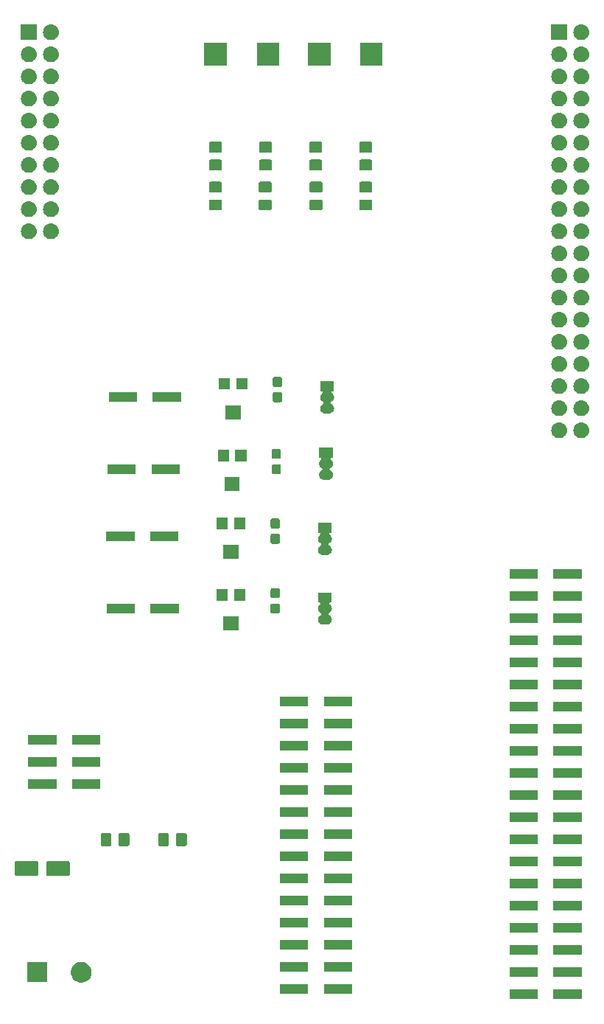
<source format=gbr>
G04 #@! TF.GenerationSoftware,KiCad,Pcbnew,(5.1.2)-2*
G04 #@! TF.CreationDate,2021-03-17T00:24:42+02:00*
G04 #@! TF.ProjectId,extension_board,65787465-6e73-4696-9f6e-5f626f617264,rev?*
G04 #@! TF.SameCoordinates,Original*
G04 #@! TF.FileFunction,Soldermask,Top*
G04 #@! TF.FilePolarity,Negative*
%FSLAX46Y46*%
G04 Gerber Fmt 4.6, Leading zero omitted, Abs format (unit mm)*
G04 Created by KiCad (PCBNEW (5.1.2)-2) date 2021-03-17 00:24:42*
%MOMM*%
%LPD*%
G04 APERTURE LIST*
%ADD10C,0.100000*%
G04 APERTURE END LIST*
D10*
G36*
X25461000Y-151681000D02*
G01*
X22209000Y-151681000D01*
X22209000Y-150579000D01*
X25461000Y-150579000D01*
X25461000Y-151681000D01*
X25461000Y-151681000D01*
G37*
G36*
X20411000Y-151681000D02*
G01*
X17159000Y-151681000D01*
X17159000Y-150579000D01*
X20411000Y-150579000D01*
X20411000Y-151681000D01*
X20411000Y-151681000D01*
G37*
G36*
X-929000Y-151046000D02*
G01*
X-4181000Y-151046000D01*
X-4181000Y-149944000D01*
X-929000Y-149944000D01*
X-929000Y-151046000D01*
X-929000Y-151046000D01*
G37*
G36*
X-5979000Y-151046000D02*
G01*
X-9231000Y-151046000D01*
X-9231000Y-149944000D01*
X-5979000Y-149944000D01*
X-5979000Y-151046000D01*
X-5979000Y-151046000D01*
G37*
G36*
X-31719682Y-147435153D02*
G01*
X-31501115Y-147525687D01*
X-31501113Y-147525688D01*
X-31304407Y-147657122D01*
X-31137122Y-147824407D01*
X-31005688Y-148021113D01*
X-31005687Y-148021115D01*
X-30915153Y-148239682D01*
X-30869000Y-148471710D01*
X-30869000Y-148708290D01*
X-30915153Y-148940318D01*
X-30998279Y-149141000D01*
X-31005688Y-149158887D01*
X-31137122Y-149355593D01*
X-31304407Y-149522878D01*
X-31501113Y-149654312D01*
X-31501114Y-149654313D01*
X-31501115Y-149654313D01*
X-31719682Y-149744847D01*
X-31951710Y-149791000D01*
X-32188290Y-149791000D01*
X-32420318Y-149744847D01*
X-32638885Y-149654313D01*
X-32638886Y-149654313D01*
X-32638887Y-149654312D01*
X-32835593Y-149522878D01*
X-33002878Y-149355593D01*
X-33134312Y-149158887D01*
X-33141721Y-149141000D01*
X-33224847Y-148940318D01*
X-33271000Y-148708290D01*
X-33271000Y-148471710D01*
X-33224847Y-148239682D01*
X-33134313Y-148021115D01*
X-33134312Y-148021113D01*
X-33002878Y-147824407D01*
X-32835593Y-147657122D01*
X-32638887Y-147525688D01*
X-32638885Y-147525687D01*
X-32420318Y-147435153D01*
X-32188290Y-147389000D01*
X-31951710Y-147389000D01*
X-31719682Y-147435153D01*
X-31719682Y-147435153D01*
G37*
G36*
X-35999000Y-149741000D02*
G01*
X-38301000Y-149741000D01*
X-38301000Y-147439000D01*
X-35999000Y-147439000D01*
X-35999000Y-149741000D01*
X-35999000Y-149741000D01*
G37*
G36*
X20411000Y-149141000D02*
G01*
X17159000Y-149141000D01*
X17159000Y-148039000D01*
X20411000Y-148039000D01*
X20411000Y-149141000D01*
X20411000Y-149141000D01*
G37*
G36*
X25461000Y-149141000D02*
G01*
X22209000Y-149141000D01*
X22209000Y-148039000D01*
X25461000Y-148039000D01*
X25461000Y-149141000D01*
X25461000Y-149141000D01*
G37*
G36*
X-929000Y-148506000D02*
G01*
X-4181000Y-148506000D01*
X-4181000Y-147404000D01*
X-929000Y-147404000D01*
X-929000Y-148506000D01*
X-929000Y-148506000D01*
G37*
G36*
X-5979000Y-148506000D02*
G01*
X-9231000Y-148506000D01*
X-9231000Y-147404000D01*
X-5979000Y-147404000D01*
X-5979000Y-148506000D01*
X-5979000Y-148506000D01*
G37*
G36*
X25461000Y-146601000D02*
G01*
X22209000Y-146601000D01*
X22209000Y-145499000D01*
X25461000Y-145499000D01*
X25461000Y-146601000D01*
X25461000Y-146601000D01*
G37*
G36*
X20411000Y-146601000D02*
G01*
X17159000Y-146601000D01*
X17159000Y-145499000D01*
X20411000Y-145499000D01*
X20411000Y-146601000D01*
X20411000Y-146601000D01*
G37*
G36*
X-5979000Y-145966000D02*
G01*
X-9231000Y-145966000D01*
X-9231000Y-144864000D01*
X-5979000Y-144864000D01*
X-5979000Y-145966000D01*
X-5979000Y-145966000D01*
G37*
G36*
X-929000Y-145966000D02*
G01*
X-4181000Y-145966000D01*
X-4181000Y-144864000D01*
X-929000Y-144864000D01*
X-929000Y-145966000D01*
X-929000Y-145966000D01*
G37*
G36*
X25461000Y-144061000D02*
G01*
X22209000Y-144061000D01*
X22209000Y-142959000D01*
X25461000Y-142959000D01*
X25461000Y-144061000D01*
X25461000Y-144061000D01*
G37*
G36*
X20411000Y-144061000D02*
G01*
X17159000Y-144061000D01*
X17159000Y-142959000D01*
X20411000Y-142959000D01*
X20411000Y-144061000D01*
X20411000Y-144061000D01*
G37*
G36*
X-5979000Y-143426000D02*
G01*
X-9231000Y-143426000D01*
X-9231000Y-142324000D01*
X-5979000Y-142324000D01*
X-5979000Y-143426000D01*
X-5979000Y-143426000D01*
G37*
G36*
X-929000Y-143426000D02*
G01*
X-4181000Y-143426000D01*
X-4181000Y-142324000D01*
X-929000Y-142324000D01*
X-929000Y-143426000D01*
X-929000Y-143426000D01*
G37*
G36*
X20411000Y-141521000D02*
G01*
X17159000Y-141521000D01*
X17159000Y-140419000D01*
X20411000Y-140419000D01*
X20411000Y-141521000D01*
X20411000Y-141521000D01*
G37*
G36*
X25461000Y-141521000D02*
G01*
X22209000Y-141521000D01*
X22209000Y-140419000D01*
X25461000Y-140419000D01*
X25461000Y-141521000D01*
X25461000Y-141521000D01*
G37*
G36*
X-929000Y-140886000D02*
G01*
X-4181000Y-140886000D01*
X-4181000Y-139784000D01*
X-929000Y-139784000D01*
X-929000Y-140886000D01*
X-929000Y-140886000D01*
G37*
G36*
X-5979000Y-140886000D02*
G01*
X-9231000Y-140886000D01*
X-9231000Y-139784000D01*
X-5979000Y-139784000D01*
X-5979000Y-140886000D01*
X-5979000Y-140886000D01*
G37*
G36*
X25461000Y-138981000D02*
G01*
X22209000Y-138981000D01*
X22209000Y-137879000D01*
X25461000Y-137879000D01*
X25461000Y-138981000D01*
X25461000Y-138981000D01*
G37*
G36*
X20411000Y-138981000D02*
G01*
X17159000Y-138981000D01*
X17159000Y-137879000D01*
X20411000Y-137879000D01*
X20411000Y-138981000D01*
X20411000Y-138981000D01*
G37*
G36*
X-5979000Y-138346000D02*
G01*
X-9231000Y-138346000D01*
X-9231000Y-137244000D01*
X-5979000Y-137244000D01*
X-5979000Y-138346000D01*
X-5979000Y-138346000D01*
G37*
G36*
X-929000Y-138346000D02*
G01*
X-4181000Y-138346000D01*
X-4181000Y-137244000D01*
X-929000Y-137244000D01*
X-929000Y-138346000D01*
X-929000Y-138346000D01*
G37*
G36*
X-33544003Y-135821051D02*
G01*
X-33510348Y-135831261D01*
X-33479335Y-135847838D01*
X-33452149Y-135870149D01*
X-33429838Y-135897335D01*
X-33413261Y-135928348D01*
X-33403051Y-135962003D01*
X-33399000Y-136003138D01*
X-33399000Y-137332862D01*
X-33403051Y-137373997D01*
X-33413261Y-137407652D01*
X-33429838Y-137438665D01*
X-33452149Y-137465851D01*
X-33479335Y-137488162D01*
X-33510348Y-137504739D01*
X-33544003Y-137514949D01*
X-33585138Y-137519000D01*
X-35914862Y-137519000D01*
X-35955997Y-137514949D01*
X-35989652Y-137504739D01*
X-36020665Y-137488162D01*
X-36047851Y-137465851D01*
X-36070162Y-137438665D01*
X-36086739Y-137407652D01*
X-36096949Y-137373997D01*
X-36101000Y-137332862D01*
X-36101000Y-136003138D01*
X-36096949Y-135962003D01*
X-36086739Y-135928348D01*
X-36070162Y-135897335D01*
X-36047851Y-135870149D01*
X-36020665Y-135847838D01*
X-35989652Y-135831261D01*
X-35955997Y-135821051D01*
X-35914862Y-135817000D01*
X-33585138Y-135817000D01*
X-33544003Y-135821051D01*
X-33544003Y-135821051D01*
G37*
G36*
X-37144003Y-135821051D02*
G01*
X-37110348Y-135831261D01*
X-37079335Y-135847838D01*
X-37052149Y-135870149D01*
X-37029838Y-135897335D01*
X-37013261Y-135928348D01*
X-37003051Y-135962003D01*
X-36999000Y-136003138D01*
X-36999000Y-137332862D01*
X-37003051Y-137373997D01*
X-37013261Y-137407652D01*
X-37029838Y-137438665D01*
X-37052149Y-137465851D01*
X-37079335Y-137488162D01*
X-37110348Y-137504739D01*
X-37144003Y-137514949D01*
X-37185138Y-137519000D01*
X-39514862Y-137519000D01*
X-39555997Y-137514949D01*
X-39589652Y-137504739D01*
X-39620665Y-137488162D01*
X-39647851Y-137465851D01*
X-39670162Y-137438665D01*
X-39686739Y-137407652D01*
X-39696949Y-137373997D01*
X-39701000Y-137332862D01*
X-39701000Y-136003138D01*
X-39696949Y-135962003D01*
X-39686739Y-135928348D01*
X-39670162Y-135897335D01*
X-39647851Y-135870149D01*
X-39620665Y-135847838D01*
X-39589652Y-135831261D01*
X-39555997Y-135821051D01*
X-39514862Y-135817000D01*
X-37185138Y-135817000D01*
X-37144003Y-135821051D01*
X-37144003Y-135821051D01*
G37*
G36*
X20411000Y-136441000D02*
G01*
X17159000Y-136441000D01*
X17159000Y-135339000D01*
X20411000Y-135339000D01*
X20411000Y-136441000D01*
X20411000Y-136441000D01*
G37*
G36*
X25461000Y-136441000D02*
G01*
X22209000Y-136441000D01*
X22209000Y-135339000D01*
X25461000Y-135339000D01*
X25461000Y-136441000D01*
X25461000Y-136441000D01*
G37*
G36*
X-5979000Y-135806000D02*
G01*
X-9231000Y-135806000D01*
X-9231000Y-134704000D01*
X-5979000Y-134704000D01*
X-5979000Y-135806000D01*
X-5979000Y-135806000D01*
G37*
G36*
X-929000Y-135806000D02*
G01*
X-4181000Y-135806000D01*
X-4181000Y-134704000D01*
X-929000Y-134704000D01*
X-929000Y-135806000D01*
X-929000Y-135806000D01*
G37*
G36*
X-26696326Y-132603465D02*
G01*
X-26658633Y-132614899D01*
X-26623897Y-132633466D01*
X-26593452Y-132658452D01*
X-26568466Y-132688897D01*
X-26549899Y-132723633D01*
X-26538465Y-132761326D01*
X-26534000Y-132806661D01*
X-26534000Y-133893339D01*
X-26538465Y-133938674D01*
X-26549899Y-133976367D01*
X-26568466Y-134011103D01*
X-26593452Y-134041548D01*
X-26623897Y-134066534D01*
X-26658633Y-134085101D01*
X-26696326Y-134096535D01*
X-26741661Y-134101000D01*
X-27578339Y-134101000D01*
X-27623674Y-134096535D01*
X-27661367Y-134085101D01*
X-27696103Y-134066534D01*
X-27726548Y-134041548D01*
X-27751534Y-134011103D01*
X-27770101Y-133976367D01*
X-27781535Y-133938674D01*
X-27786000Y-133893339D01*
X-27786000Y-132806661D01*
X-27781535Y-132761326D01*
X-27770101Y-132723633D01*
X-27751534Y-132688897D01*
X-27726548Y-132658452D01*
X-27696103Y-132633466D01*
X-27661367Y-132614899D01*
X-27623674Y-132603465D01*
X-27578339Y-132599000D01*
X-26741661Y-132599000D01*
X-26696326Y-132603465D01*
X-26696326Y-132603465D01*
G37*
G36*
X-22151326Y-132603465D02*
G01*
X-22113633Y-132614899D01*
X-22078897Y-132633466D01*
X-22048452Y-132658452D01*
X-22023466Y-132688897D01*
X-22004899Y-132723633D01*
X-21993465Y-132761326D01*
X-21989000Y-132806661D01*
X-21989000Y-133893339D01*
X-21993465Y-133938674D01*
X-22004899Y-133976367D01*
X-22023466Y-134011103D01*
X-22048452Y-134041548D01*
X-22078897Y-134066534D01*
X-22113633Y-134085101D01*
X-22151326Y-134096535D01*
X-22196661Y-134101000D01*
X-23033339Y-134101000D01*
X-23078674Y-134096535D01*
X-23116367Y-134085101D01*
X-23151103Y-134066534D01*
X-23181548Y-134041548D01*
X-23206534Y-134011103D01*
X-23225101Y-133976367D01*
X-23236535Y-133938674D01*
X-23241000Y-133893339D01*
X-23241000Y-132806661D01*
X-23236535Y-132761326D01*
X-23225101Y-132723633D01*
X-23206534Y-132688897D01*
X-23181548Y-132658452D01*
X-23151103Y-132633466D01*
X-23116367Y-132614899D01*
X-23078674Y-132603465D01*
X-23033339Y-132599000D01*
X-22196661Y-132599000D01*
X-22151326Y-132603465D01*
X-22151326Y-132603465D01*
G37*
G36*
X-28746326Y-132603465D02*
G01*
X-28708633Y-132614899D01*
X-28673897Y-132633466D01*
X-28643452Y-132658452D01*
X-28618466Y-132688897D01*
X-28599899Y-132723633D01*
X-28588465Y-132761326D01*
X-28584000Y-132806661D01*
X-28584000Y-133893339D01*
X-28588465Y-133938674D01*
X-28599899Y-133976367D01*
X-28618466Y-134011103D01*
X-28643452Y-134041548D01*
X-28673897Y-134066534D01*
X-28708633Y-134085101D01*
X-28746326Y-134096535D01*
X-28791661Y-134101000D01*
X-29628339Y-134101000D01*
X-29673674Y-134096535D01*
X-29711367Y-134085101D01*
X-29746103Y-134066534D01*
X-29776548Y-134041548D01*
X-29801534Y-134011103D01*
X-29820101Y-133976367D01*
X-29831535Y-133938674D01*
X-29836000Y-133893339D01*
X-29836000Y-132806661D01*
X-29831535Y-132761326D01*
X-29820101Y-132723633D01*
X-29801534Y-132688897D01*
X-29776548Y-132658452D01*
X-29746103Y-132633466D01*
X-29711367Y-132614899D01*
X-29673674Y-132603465D01*
X-29628339Y-132599000D01*
X-28791661Y-132599000D01*
X-28746326Y-132603465D01*
X-28746326Y-132603465D01*
G37*
G36*
X-20101326Y-132603465D02*
G01*
X-20063633Y-132614899D01*
X-20028897Y-132633466D01*
X-19998452Y-132658452D01*
X-19973466Y-132688897D01*
X-19954899Y-132723633D01*
X-19943465Y-132761326D01*
X-19939000Y-132806661D01*
X-19939000Y-133893339D01*
X-19943465Y-133938674D01*
X-19954899Y-133976367D01*
X-19973466Y-134011103D01*
X-19998452Y-134041548D01*
X-20028897Y-134066534D01*
X-20063633Y-134085101D01*
X-20101326Y-134096535D01*
X-20146661Y-134101000D01*
X-20983339Y-134101000D01*
X-21028674Y-134096535D01*
X-21066367Y-134085101D01*
X-21101103Y-134066534D01*
X-21131548Y-134041548D01*
X-21156534Y-134011103D01*
X-21175101Y-133976367D01*
X-21186535Y-133938674D01*
X-21191000Y-133893339D01*
X-21191000Y-132806661D01*
X-21186535Y-132761326D01*
X-21175101Y-132723633D01*
X-21156534Y-132688897D01*
X-21131548Y-132658452D01*
X-21101103Y-132633466D01*
X-21066367Y-132614899D01*
X-21028674Y-132603465D01*
X-20983339Y-132599000D01*
X-20146661Y-132599000D01*
X-20101326Y-132603465D01*
X-20101326Y-132603465D01*
G37*
G36*
X25461000Y-133901000D02*
G01*
X22209000Y-133901000D01*
X22209000Y-132799000D01*
X25461000Y-132799000D01*
X25461000Y-133901000D01*
X25461000Y-133901000D01*
G37*
G36*
X20411000Y-133901000D02*
G01*
X17159000Y-133901000D01*
X17159000Y-132799000D01*
X20411000Y-132799000D01*
X20411000Y-133901000D01*
X20411000Y-133901000D01*
G37*
G36*
X-929000Y-133266000D02*
G01*
X-4181000Y-133266000D01*
X-4181000Y-132164000D01*
X-929000Y-132164000D01*
X-929000Y-133266000D01*
X-929000Y-133266000D01*
G37*
G36*
X-5979000Y-133266000D02*
G01*
X-9231000Y-133266000D01*
X-9231000Y-132164000D01*
X-5979000Y-132164000D01*
X-5979000Y-133266000D01*
X-5979000Y-133266000D01*
G37*
G36*
X25461000Y-131361000D02*
G01*
X22209000Y-131361000D01*
X22209000Y-130259000D01*
X25461000Y-130259000D01*
X25461000Y-131361000D01*
X25461000Y-131361000D01*
G37*
G36*
X20411000Y-131361000D02*
G01*
X17159000Y-131361000D01*
X17159000Y-130259000D01*
X20411000Y-130259000D01*
X20411000Y-131361000D01*
X20411000Y-131361000D01*
G37*
G36*
X-5979000Y-130726000D02*
G01*
X-9231000Y-130726000D01*
X-9231000Y-129624000D01*
X-5979000Y-129624000D01*
X-5979000Y-130726000D01*
X-5979000Y-130726000D01*
G37*
G36*
X-929000Y-130726000D02*
G01*
X-4181000Y-130726000D01*
X-4181000Y-129624000D01*
X-929000Y-129624000D01*
X-929000Y-130726000D01*
X-929000Y-130726000D01*
G37*
G36*
X20411000Y-128821000D02*
G01*
X17159000Y-128821000D01*
X17159000Y-127719000D01*
X20411000Y-127719000D01*
X20411000Y-128821000D01*
X20411000Y-128821000D01*
G37*
G36*
X25461000Y-128821000D02*
G01*
X22209000Y-128821000D01*
X22209000Y-127719000D01*
X25461000Y-127719000D01*
X25461000Y-128821000D01*
X25461000Y-128821000D01*
G37*
G36*
X-929000Y-128186000D02*
G01*
X-4181000Y-128186000D01*
X-4181000Y-127084000D01*
X-929000Y-127084000D01*
X-929000Y-128186000D01*
X-929000Y-128186000D01*
G37*
G36*
X-5979000Y-128186000D02*
G01*
X-9231000Y-128186000D01*
X-9231000Y-127084000D01*
X-5979000Y-127084000D01*
X-5979000Y-128186000D01*
X-5979000Y-128186000D01*
G37*
G36*
X-29849000Y-127551000D02*
G01*
X-33101000Y-127551000D01*
X-33101000Y-126449000D01*
X-29849000Y-126449000D01*
X-29849000Y-127551000D01*
X-29849000Y-127551000D01*
G37*
G36*
X-34899000Y-127551000D02*
G01*
X-38151000Y-127551000D01*
X-38151000Y-126449000D01*
X-34899000Y-126449000D01*
X-34899000Y-127551000D01*
X-34899000Y-127551000D01*
G37*
G36*
X25461000Y-126281000D02*
G01*
X22209000Y-126281000D01*
X22209000Y-125179000D01*
X25461000Y-125179000D01*
X25461000Y-126281000D01*
X25461000Y-126281000D01*
G37*
G36*
X20411000Y-126281000D02*
G01*
X17159000Y-126281000D01*
X17159000Y-125179000D01*
X20411000Y-125179000D01*
X20411000Y-126281000D01*
X20411000Y-126281000D01*
G37*
G36*
X-5979000Y-125646000D02*
G01*
X-9231000Y-125646000D01*
X-9231000Y-124544000D01*
X-5979000Y-124544000D01*
X-5979000Y-125646000D01*
X-5979000Y-125646000D01*
G37*
G36*
X-929000Y-125646000D02*
G01*
X-4181000Y-125646000D01*
X-4181000Y-124544000D01*
X-929000Y-124544000D01*
X-929000Y-125646000D01*
X-929000Y-125646000D01*
G37*
G36*
X-29849000Y-125011000D02*
G01*
X-33101000Y-125011000D01*
X-33101000Y-123909000D01*
X-29849000Y-123909000D01*
X-29849000Y-125011000D01*
X-29849000Y-125011000D01*
G37*
G36*
X-34899000Y-125011000D02*
G01*
X-38151000Y-125011000D01*
X-38151000Y-123909000D01*
X-34899000Y-123909000D01*
X-34899000Y-125011000D01*
X-34899000Y-125011000D01*
G37*
G36*
X20411000Y-123741000D02*
G01*
X17159000Y-123741000D01*
X17159000Y-122639000D01*
X20411000Y-122639000D01*
X20411000Y-123741000D01*
X20411000Y-123741000D01*
G37*
G36*
X25461000Y-123741000D02*
G01*
X22209000Y-123741000D01*
X22209000Y-122639000D01*
X25461000Y-122639000D01*
X25461000Y-123741000D01*
X25461000Y-123741000D01*
G37*
G36*
X-929000Y-123106000D02*
G01*
X-4181000Y-123106000D01*
X-4181000Y-122004000D01*
X-929000Y-122004000D01*
X-929000Y-123106000D01*
X-929000Y-123106000D01*
G37*
G36*
X-5979000Y-123106000D02*
G01*
X-9231000Y-123106000D01*
X-9231000Y-122004000D01*
X-5979000Y-122004000D01*
X-5979000Y-123106000D01*
X-5979000Y-123106000D01*
G37*
G36*
X-29849000Y-122471000D02*
G01*
X-33101000Y-122471000D01*
X-33101000Y-121369000D01*
X-29849000Y-121369000D01*
X-29849000Y-122471000D01*
X-29849000Y-122471000D01*
G37*
G36*
X-34899000Y-122471000D02*
G01*
X-38151000Y-122471000D01*
X-38151000Y-121369000D01*
X-34899000Y-121369000D01*
X-34899000Y-122471000D01*
X-34899000Y-122471000D01*
G37*
G36*
X25461000Y-121201000D02*
G01*
X22209000Y-121201000D01*
X22209000Y-120099000D01*
X25461000Y-120099000D01*
X25461000Y-121201000D01*
X25461000Y-121201000D01*
G37*
G36*
X20411000Y-121201000D02*
G01*
X17159000Y-121201000D01*
X17159000Y-120099000D01*
X20411000Y-120099000D01*
X20411000Y-121201000D01*
X20411000Y-121201000D01*
G37*
G36*
X-5979000Y-120566000D02*
G01*
X-9231000Y-120566000D01*
X-9231000Y-119464000D01*
X-5979000Y-119464000D01*
X-5979000Y-120566000D01*
X-5979000Y-120566000D01*
G37*
G36*
X-929000Y-120566000D02*
G01*
X-4181000Y-120566000D01*
X-4181000Y-119464000D01*
X-929000Y-119464000D01*
X-929000Y-120566000D01*
X-929000Y-120566000D01*
G37*
G36*
X25461000Y-118661000D02*
G01*
X22209000Y-118661000D01*
X22209000Y-117559000D01*
X25461000Y-117559000D01*
X25461000Y-118661000D01*
X25461000Y-118661000D01*
G37*
G36*
X20411000Y-118661000D02*
G01*
X17159000Y-118661000D01*
X17159000Y-117559000D01*
X20411000Y-117559000D01*
X20411000Y-118661000D01*
X20411000Y-118661000D01*
G37*
G36*
X-5979000Y-118026000D02*
G01*
X-9231000Y-118026000D01*
X-9231000Y-116924000D01*
X-5979000Y-116924000D01*
X-5979000Y-118026000D01*
X-5979000Y-118026000D01*
G37*
G36*
X-929000Y-118026000D02*
G01*
X-4181000Y-118026000D01*
X-4181000Y-116924000D01*
X-929000Y-116924000D01*
X-929000Y-118026000D01*
X-929000Y-118026000D01*
G37*
G36*
X20411000Y-116121000D02*
G01*
X17159000Y-116121000D01*
X17159000Y-115019000D01*
X20411000Y-115019000D01*
X20411000Y-116121000D01*
X20411000Y-116121000D01*
G37*
G36*
X25461000Y-116121000D02*
G01*
X22209000Y-116121000D01*
X22209000Y-115019000D01*
X25461000Y-115019000D01*
X25461000Y-116121000D01*
X25461000Y-116121000D01*
G37*
G36*
X25461000Y-113581000D02*
G01*
X22209000Y-113581000D01*
X22209000Y-112479000D01*
X25461000Y-112479000D01*
X25461000Y-113581000D01*
X25461000Y-113581000D01*
G37*
G36*
X20411000Y-113581000D02*
G01*
X17159000Y-113581000D01*
X17159000Y-112479000D01*
X20411000Y-112479000D01*
X20411000Y-113581000D01*
X20411000Y-113581000D01*
G37*
G36*
X25461000Y-111041000D02*
G01*
X22209000Y-111041000D01*
X22209000Y-109939000D01*
X25461000Y-109939000D01*
X25461000Y-111041000D01*
X25461000Y-111041000D01*
G37*
G36*
X20411000Y-111041000D02*
G01*
X17159000Y-111041000D01*
X17159000Y-109939000D01*
X20411000Y-109939000D01*
X20411000Y-111041000D01*
X20411000Y-111041000D01*
G37*
G36*
X-14008000Y-109318000D02*
G01*
X-15710000Y-109318000D01*
X-15710000Y-107716000D01*
X-14008000Y-107716000D01*
X-14008000Y-109318000D01*
X-14008000Y-109318000D01*
G37*
G36*
X-3263000Y-106113000D02*
G01*
X-3427340Y-106113000D01*
X-3451726Y-106115402D01*
X-3475175Y-106122515D01*
X-3496786Y-106134066D01*
X-3515728Y-106149611D01*
X-3531273Y-106168553D01*
X-3542824Y-106190164D01*
X-3549937Y-106213613D01*
X-3552339Y-106237999D01*
X-3549937Y-106262385D01*
X-3542824Y-106285834D01*
X-3531273Y-106307445D01*
X-3515728Y-106326387D01*
X-3506655Y-106334609D01*
X-3429736Y-106397736D01*
X-3357756Y-106485443D01*
X-3323571Y-106549399D01*
X-3304272Y-106585505D01*
X-3304271Y-106585508D01*
X-3271334Y-106694084D01*
X-3260213Y-106807000D01*
X-3271334Y-106919916D01*
X-3304271Y-107028492D01*
X-3304272Y-107028495D01*
X-3323571Y-107064601D01*
X-3357756Y-107128557D01*
X-3429736Y-107216264D01*
X-3517443Y-107288244D01*
X-3584053Y-107323847D01*
X-3598859Y-107331761D01*
X-3619234Y-107345375D01*
X-3636561Y-107362702D01*
X-3650174Y-107383076D01*
X-3659552Y-107405715D01*
X-3664332Y-107429748D01*
X-3664332Y-107454252D01*
X-3659552Y-107478285D01*
X-3650174Y-107500924D01*
X-3636560Y-107521299D01*
X-3619233Y-107538626D01*
X-3598859Y-107552239D01*
X-3517443Y-107595756D01*
X-3429736Y-107667736D01*
X-3357756Y-107755443D01*
X-3323571Y-107819399D01*
X-3304272Y-107855505D01*
X-3304271Y-107855508D01*
X-3271334Y-107964084D01*
X-3260213Y-108077000D01*
X-3271334Y-108189916D01*
X-3304271Y-108298492D01*
X-3304272Y-108298495D01*
X-3323571Y-108334601D01*
X-3357756Y-108398557D01*
X-3429736Y-108486264D01*
X-3517443Y-108558244D01*
X-3581399Y-108592429D01*
X-3617505Y-108611728D01*
X-3617508Y-108611729D01*
X-3726084Y-108644666D01*
X-3810702Y-108653000D01*
X-4317298Y-108653000D01*
X-4401916Y-108644666D01*
X-4510492Y-108611729D01*
X-4510495Y-108611728D01*
X-4546601Y-108592429D01*
X-4610557Y-108558244D01*
X-4698264Y-108486264D01*
X-4770244Y-108398557D01*
X-4804429Y-108334601D01*
X-4823728Y-108298495D01*
X-4823729Y-108298492D01*
X-4856666Y-108189916D01*
X-4867787Y-108077000D01*
X-4856666Y-107964084D01*
X-4823729Y-107855508D01*
X-4823728Y-107855505D01*
X-4804429Y-107819399D01*
X-4770244Y-107755443D01*
X-4698264Y-107667736D01*
X-4610557Y-107595756D01*
X-4529141Y-107552239D01*
X-4508766Y-107538625D01*
X-4491439Y-107521298D01*
X-4477826Y-107500924D01*
X-4468448Y-107478285D01*
X-4463668Y-107454252D01*
X-4463668Y-107429748D01*
X-4468448Y-107405715D01*
X-4477826Y-107383076D01*
X-4491440Y-107362701D01*
X-4508767Y-107345374D01*
X-4529141Y-107331761D01*
X-4543947Y-107323847D01*
X-4610557Y-107288244D01*
X-4698264Y-107216264D01*
X-4770244Y-107128557D01*
X-4804429Y-107064601D01*
X-4823728Y-107028495D01*
X-4823729Y-107028492D01*
X-4856666Y-106919916D01*
X-4867787Y-106807000D01*
X-4856666Y-106694084D01*
X-4823729Y-106585508D01*
X-4823728Y-106585505D01*
X-4804429Y-106549399D01*
X-4770244Y-106485443D01*
X-4698264Y-106397736D01*
X-4621354Y-106334617D01*
X-4604035Y-106317298D01*
X-4590421Y-106296923D01*
X-4581043Y-106274284D01*
X-4576263Y-106250251D01*
X-4576263Y-106225747D01*
X-4581043Y-106201714D01*
X-4590421Y-106179075D01*
X-4604034Y-106158701D01*
X-4621361Y-106141374D01*
X-4641736Y-106127760D01*
X-4664375Y-106118382D01*
X-4688408Y-106113602D01*
X-4700660Y-106113000D01*
X-4865000Y-106113000D01*
X-4865000Y-104961000D01*
X-3263000Y-104961000D01*
X-3263000Y-106113000D01*
X-3263000Y-106113000D01*
G37*
G36*
X25461000Y-108501000D02*
G01*
X22209000Y-108501000D01*
X22209000Y-107399000D01*
X25461000Y-107399000D01*
X25461000Y-108501000D01*
X25461000Y-108501000D01*
G37*
G36*
X20411000Y-108501000D02*
G01*
X17159000Y-108501000D01*
X17159000Y-107399000D01*
X20411000Y-107399000D01*
X20411000Y-108501000D01*
X20411000Y-108501000D01*
G37*
G36*
X-9414501Y-106235445D02*
G01*
X-9377005Y-106246820D01*
X-9342446Y-106265292D01*
X-9312153Y-106290153D01*
X-9287292Y-106320446D01*
X-9268820Y-106355005D01*
X-9257445Y-106392501D01*
X-9253000Y-106437638D01*
X-9253000Y-107176362D01*
X-9257445Y-107221499D01*
X-9268820Y-107258995D01*
X-9287292Y-107293554D01*
X-9312153Y-107323847D01*
X-9342446Y-107348708D01*
X-9377005Y-107367180D01*
X-9414501Y-107378555D01*
X-9459638Y-107383000D01*
X-10098362Y-107383000D01*
X-10143499Y-107378555D01*
X-10180995Y-107367180D01*
X-10215554Y-107348708D01*
X-10245847Y-107323847D01*
X-10270708Y-107293554D01*
X-10289180Y-107258995D01*
X-10300555Y-107221499D01*
X-10305000Y-107176362D01*
X-10305000Y-106437638D01*
X-10300555Y-106392501D01*
X-10289180Y-106355005D01*
X-10270708Y-106320446D01*
X-10245847Y-106290153D01*
X-10215554Y-106265292D01*
X-10180995Y-106246820D01*
X-10143499Y-106235445D01*
X-10098362Y-106231000D01*
X-9459638Y-106231000D01*
X-9414501Y-106235445D01*
X-9414501Y-106235445D01*
G37*
G36*
X-25903000Y-107358000D02*
G01*
X-29155000Y-107358000D01*
X-29155000Y-106256000D01*
X-25903000Y-106256000D01*
X-25903000Y-107358000D01*
X-25903000Y-107358000D01*
G37*
G36*
X-20853000Y-107358000D02*
G01*
X-24105000Y-107358000D01*
X-24105000Y-106256000D01*
X-20853000Y-106256000D01*
X-20853000Y-107358000D01*
X-20853000Y-107358000D01*
G37*
G36*
X25461000Y-105961000D02*
G01*
X22209000Y-105961000D01*
X22209000Y-104859000D01*
X25461000Y-104859000D01*
X25461000Y-105961000D01*
X25461000Y-105961000D01*
G37*
G36*
X20411000Y-105961000D02*
G01*
X17159000Y-105961000D01*
X17159000Y-104859000D01*
X20411000Y-104859000D01*
X20411000Y-105961000D01*
X20411000Y-105961000D01*
G37*
G36*
X-15208000Y-105918000D02*
G01*
X-16510000Y-105918000D01*
X-16510000Y-104616000D01*
X-15208000Y-104616000D01*
X-15208000Y-105918000D01*
X-15208000Y-105918000D01*
G37*
G36*
X-13208000Y-105918000D02*
G01*
X-14510000Y-105918000D01*
X-14510000Y-104616000D01*
X-13208000Y-104616000D01*
X-13208000Y-105918000D01*
X-13208000Y-105918000D01*
G37*
G36*
X-9414501Y-104485445D02*
G01*
X-9377005Y-104496820D01*
X-9342446Y-104515292D01*
X-9312153Y-104540153D01*
X-9287292Y-104570446D01*
X-9268820Y-104605005D01*
X-9257445Y-104642501D01*
X-9253000Y-104687638D01*
X-9253000Y-105426362D01*
X-9257445Y-105471499D01*
X-9268820Y-105508995D01*
X-9287292Y-105543554D01*
X-9312153Y-105573847D01*
X-9342446Y-105598708D01*
X-9377005Y-105617180D01*
X-9414501Y-105628555D01*
X-9459638Y-105633000D01*
X-10098362Y-105633000D01*
X-10143499Y-105628555D01*
X-10180995Y-105617180D01*
X-10215554Y-105598708D01*
X-10245847Y-105573847D01*
X-10270708Y-105543554D01*
X-10289180Y-105508995D01*
X-10300555Y-105471499D01*
X-10305000Y-105426362D01*
X-10305000Y-104687638D01*
X-10300555Y-104642501D01*
X-10289180Y-104605005D01*
X-10270708Y-104570446D01*
X-10245847Y-104540153D01*
X-10215554Y-104515292D01*
X-10180995Y-104496820D01*
X-10143499Y-104485445D01*
X-10098362Y-104481000D01*
X-9459638Y-104481000D01*
X-9414501Y-104485445D01*
X-9414501Y-104485445D01*
G37*
G36*
X25461000Y-103421000D02*
G01*
X22209000Y-103421000D01*
X22209000Y-102319000D01*
X25461000Y-102319000D01*
X25461000Y-103421000D01*
X25461000Y-103421000D01*
G37*
G36*
X20411000Y-103421000D02*
G01*
X17159000Y-103421000D01*
X17159000Y-102319000D01*
X20411000Y-102319000D01*
X20411000Y-103421000D01*
X20411000Y-103421000D01*
G37*
G36*
X-14008000Y-101093000D02*
G01*
X-15710000Y-101093000D01*
X-15710000Y-99491000D01*
X-14008000Y-99491000D01*
X-14008000Y-101093000D01*
X-14008000Y-101093000D01*
G37*
G36*
X-3263000Y-98112000D02*
G01*
X-3427340Y-98112000D01*
X-3451726Y-98114402D01*
X-3475175Y-98121515D01*
X-3496786Y-98133066D01*
X-3515728Y-98148611D01*
X-3531273Y-98167553D01*
X-3542824Y-98189164D01*
X-3549937Y-98212613D01*
X-3552339Y-98236999D01*
X-3549937Y-98261385D01*
X-3542824Y-98284834D01*
X-3531273Y-98306445D01*
X-3515728Y-98325387D01*
X-3506655Y-98333609D01*
X-3429736Y-98396736D01*
X-3357756Y-98484443D01*
X-3323571Y-98548399D01*
X-3304272Y-98584505D01*
X-3304271Y-98584508D01*
X-3271334Y-98693084D01*
X-3260213Y-98806000D01*
X-3271334Y-98918916D01*
X-3304271Y-99027492D01*
X-3304272Y-99027495D01*
X-3323571Y-99063601D01*
X-3357756Y-99127557D01*
X-3429736Y-99215264D01*
X-3517443Y-99287244D01*
X-3584053Y-99322847D01*
X-3598859Y-99330761D01*
X-3619234Y-99344375D01*
X-3636561Y-99361702D01*
X-3650174Y-99382076D01*
X-3659552Y-99404715D01*
X-3664332Y-99428748D01*
X-3664332Y-99453252D01*
X-3659552Y-99477285D01*
X-3650174Y-99499924D01*
X-3636560Y-99520299D01*
X-3619233Y-99537626D01*
X-3598859Y-99551239D01*
X-3517443Y-99594756D01*
X-3429736Y-99666736D01*
X-3357756Y-99754443D01*
X-3323571Y-99818399D01*
X-3304272Y-99854505D01*
X-3304271Y-99854508D01*
X-3271334Y-99963084D01*
X-3260213Y-100076000D01*
X-3271334Y-100188916D01*
X-3304271Y-100297492D01*
X-3304272Y-100297495D01*
X-3323571Y-100333601D01*
X-3357756Y-100397557D01*
X-3429736Y-100485264D01*
X-3517443Y-100557244D01*
X-3581399Y-100591429D01*
X-3617505Y-100610728D01*
X-3617508Y-100610729D01*
X-3726084Y-100643666D01*
X-3810702Y-100652000D01*
X-4317298Y-100652000D01*
X-4401916Y-100643666D01*
X-4510492Y-100610729D01*
X-4510495Y-100610728D01*
X-4546601Y-100591429D01*
X-4610557Y-100557244D01*
X-4698264Y-100485264D01*
X-4770244Y-100397557D01*
X-4804429Y-100333601D01*
X-4823728Y-100297495D01*
X-4823729Y-100297492D01*
X-4856666Y-100188916D01*
X-4867787Y-100076000D01*
X-4856666Y-99963084D01*
X-4823729Y-99854508D01*
X-4823728Y-99854505D01*
X-4804429Y-99818399D01*
X-4770244Y-99754443D01*
X-4698264Y-99666736D01*
X-4610557Y-99594756D01*
X-4529141Y-99551239D01*
X-4508766Y-99537625D01*
X-4491439Y-99520298D01*
X-4477826Y-99499924D01*
X-4468448Y-99477285D01*
X-4463668Y-99453252D01*
X-4463668Y-99428748D01*
X-4468448Y-99404715D01*
X-4477826Y-99382076D01*
X-4491440Y-99361701D01*
X-4508767Y-99344374D01*
X-4529141Y-99330761D01*
X-4543947Y-99322847D01*
X-4610557Y-99287244D01*
X-4698264Y-99215264D01*
X-4770244Y-99127557D01*
X-4804429Y-99063601D01*
X-4823728Y-99027495D01*
X-4823729Y-99027492D01*
X-4856666Y-98918916D01*
X-4867787Y-98806000D01*
X-4856666Y-98693084D01*
X-4823729Y-98584508D01*
X-4823728Y-98584505D01*
X-4804429Y-98548399D01*
X-4770244Y-98484443D01*
X-4698264Y-98396736D01*
X-4621354Y-98333617D01*
X-4604035Y-98316298D01*
X-4590421Y-98295923D01*
X-4581043Y-98273284D01*
X-4576263Y-98249251D01*
X-4576263Y-98224747D01*
X-4581043Y-98200714D01*
X-4590421Y-98178075D01*
X-4604034Y-98157701D01*
X-4621361Y-98140374D01*
X-4641736Y-98126760D01*
X-4664375Y-98117382D01*
X-4688408Y-98112602D01*
X-4700660Y-98112000D01*
X-4865000Y-98112000D01*
X-4865000Y-96960000D01*
X-3263000Y-96960000D01*
X-3263000Y-98112000D01*
X-3263000Y-98112000D01*
G37*
G36*
X-9414501Y-98234445D02*
G01*
X-9377005Y-98245820D01*
X-9342446Y-98264292D01*
X-9312153Y-98289153D01*
X-9287292Y-98319446D01*
X-9268820Y-98354005D01*
X-9257445Y-98391501D01*
X-9253000Y-98436638D01*
X-9253000Y-99175362D01*
X-9257445Y-99220499D01*
X-9268820Y-99257995D01*
X-9287292Y-99292554D01*
X-9312153Y-99322847D01*
X-9342446Y-99347708D01*
X-9377005Y-99366180D01*
X-9414501Y-99377555D01*
X-9459638Y-99382000D01*
X-10098362Y-99382000D01*
X-10143499Y-99377555D01*
X-10180995Y-99366180D01*
X-10215554Y-99347708D01*
X-10245847Y-99322847D01*
X-10270708Y-99292554D01*
X-10289180Y-99257995D01*
X-10300555Y-99220499D01*
X-10305000Y-99175362D01*
X-10305000Y-98436638D01*
X-10300555Y-98391501D01*
X-10289180Y-98354005D01*
X-10270708Y-98319446D01*
X-10245847Y-98289153D01*
X-10215554Y-98264292D01*
X-10180995Y-98245820D01*
X-10143499Y-98234445D01*
X-10098362Y-98230000D01*
X-9459638Y-98230000D01*
X-9414501Y-98234445D01*
X-9414501Y-98234445D01*
G37*
G36*
X-25933000Y-99103000D02*
G01*
X-29185000Y-99103000D01*
X-29185000Y-98001000D01*
X-25933000Y-98001000D01*
X-25933000Y-99103000D01*
X-25933000Y-99103000D01*
G37*
G36*
X-20883000Y-99103000D02*
G01*
X-24135000Y-99103000D01*
X-24135000Y-98001000D01*
X-20883000Y-98001000D01*
X-20883000Y-99103000D01*
X-20883000Y-99103000D01*
G37*
G36*
X-13208000Y-97693000D02*
G01*
X-14510000Y-97693000D01*
X-14510000Y-96391000D01*
X-13208000Y-96391000D01*
X-13208000Y-97693000D01*
X-13208000Y-97693000D01*
G37*
G36*
X-15208000Y-97693000D02*
G01*
X-16510000Y-97693000D01*
X-16510000Y-96391000D01*
X-15208000Y-96391000D01*
X-15208000Y-97693000D01*
X-15208000Y-97693000D01*
G37*
G36*
X-9414501Y-96484445D02*
G01*
X-9377005Y-96495820D01*
X-9342446Y-96514292D01*
X-9312153Y-96539153D01*
X-9287292Y-96569446D01*
X-9268820Y-96604005D01*
X-9257445Y-96641501D01*
X-9253000Y-96686638D01*
X-9253000Y-97425362D01*
X-9257445Y-97470499D01*
X-9268820Y-97507995D01*
X-9287292Y-97542554D01*
X-9312153Y-97572847D01*
X-9342446Y-97597708D01*
X-9377005Y-97616180D01*
X-9414501Y-97627555D01*
X-9459638Y-97632000D01*
X-10098362Y-97632000D01*
X-10143499Y-97627555D01*
X-10180995Y-97616180D01*
X-10215554Y-97597708D01*
X-10245847Y-97572847D01*
X-10270708Y-97542554D01*
X-10289180Y-97507995D01*
X-10300555Y-97470499D01*
X-10305000Y-97425362D01*
X-10305000Y-96686638D01*
X-10300555Y-96641501D01*
X-10289180Y-96604005D01*
X-10270708Y-96569446D01*
X-10245847Y-96539153D01*
X-10215554Y-96514292D01*
X-10180995Y-96495820D01*
X-10143499Y-96484445D01*
X-10098362Y-96480000D01*
X-9459638Y-96480000D01*
X-9414501Y-96484445D01*
X-9414501Y-96484445D01*
G37*
G36*
X-13881000Y-93316000D02*
G01*
X-15583000Y-93316000D01*
X-15583000Y-91714000D01*
X-13881000Y-91714000D01*
X-13881000Y-93316000D01*
X-13881000Y-93316000D01*
G37*
G36*
X-3136000Y-89476000D02*
G01*
X-3300340Y-89476000D01*
X-3324726Y-89478402D01*
X-3348175Y-89485515D01*
X-3369786Y-89497066D01*
X-3388728Y-89512611D01*
X-3404273Y-89531553D01*
X-3415824Y-89553164D01*
X-3422937Y-89576613D01*
X-3425339Y-89600999D01*
X-3422937Y-89625385D01*
X-3415824Y-89648834D01*
X-3404273Y-89670445D01*
X-3388728Y-89689387D01*
X-3379655Y-89697609D01*
X-3302736Y-89760736D01*
X-3230756Y-89848443D01*
X-3196571Y-89912399D01*
X-3177272Y-89948505D01*
X-3177271Y-89948508D01*
X-3144334Y-90057084D01*
X-3133213Y-90170000D01*
X-3144334Y-90282916D01*
X-3165596Y-90353005D01*
X-3177272Y-90391495D01*
X-3196571Y-90427601D01*
X-3230756Y-90491557D01*
X-3302736Y-90579264D01*
X-3390443Y-90651244D01*
X-3471859Y-90694761D01*
X-3492234Y-90708375D01*
X-3509561Y-90725702D01*
X-3523174Y-90746076D01*
X-3532552Y-90768715D01*
X-3537332Y-90792748D01*
X-3537332Y-90817252D01*
X-3532552Y-90841285D01*
X-3523174Y-90863924D01*
X-3509560Y-90884299D01*
X-3492233Y-90901626D01*
X-3471859Y-90915239D01*
X-3390443Y-90958756D01*
X-3302736Y-91030736D01*
X-3230756Y-91118443D01*
X-3203568Y-91169309D01*
X-3177272Y-91218505D01*
X-3177271Y-91218508D01*
X-3144334Y-91327084D01*
X-3133213Y-91440000D01*
X-3144334Y-91552916D01*
X-3177271Y-91661492D01*
X-3177272Y-91661495D01*
X-3196571Y-91697601D01*
X-3230756Y-91761557D01*
X-3302736Y-91849264D01*
X-3390443Y-91921244D01*
X-3454399Y-91955429D01*
X-3490505Y-91974728D01*
X-3490508Y-91974729D01*
X-3599084Y-92007666D01*
X-3683702Y-92016000D01*
X-4190298Y-92016000D01*
X-4274916Y-92007666D01*
X-4383492Y-91974729D01*
X-4383495Y-91974728D01*
X-4419601Y-91955429D01*
X-4483557Y-91921244D01*
X-4571264Y-91849264D01*
X-4643244Y-91761557D01*
X-4677429Y-91697601D01*
X-4696728Y-91661495D01*
X-4696729Y-91661492D01*
X-4729666Y-91552916D01*
X-4740787Y-91440000D01*
X-4729666Y-91327084D01*
X-4696729Y-91218508D01*
X-4696728Y-91218505D01*
X-4670432Y-91169309D01*
X-4643244Y-91118443D01*
X-4571264Y-91030736D01*
X-4483557Y-90958756D01*
X-4402141Y-90915239D01*
X-4381766Y-90901625D01*
X-4364439Y-90884298D01*
X-4350826Y-90863924D01*
X-4341448Y-90841285D01*
X-4336668Y-90817252D01*
X-4336668Y-90792748D01*
X-4341448Y-90768715D01*
X-4350826Y-90746076D01*
X-4364440Y-90725701D01*
X-4381767Y-90708374D01*
X-4402141Y-90694761D01*
X-4483557Y-90651244D01*
X-4571264Y-90579264D01*
X-4643244Y-90491557D01*
X-4677429Y-90427601D01*
X-4696728Y-90391495D01*
X-4708404Y-90353005D01*
X-4729666Y-90282916D01*
X-4740787Y-90170000D01*
X-4729666Y-90057084D01*
X-4696729Y-89948508D01*
X-4696728Y-89948505D01*
X-4677429Y-89912399D01*
X-4643244Y-89848443D01*
X-4571264Y-89760736D01*
X-4494354Y-89697617D01*
X-4477035Y-89680298D01*
X-4463421Y-89659923D01*
X-4454043Y-89637284D01*
X-4449263Y-89613251D01*
X-4449263Y-89588747D01*
X-4454043Y-89564714D01*
X-4463421Y-89542075D01*
X-4477034Y-89521701D01*
X-4494361Y-89504374D01*
X-4514736Y-89490760D01*
X-4537375Y-89481382D01*
X-4561408Y-89476602D01*
X-4573660Y-89476000D01*
X-4738000Y-89476000D01*
X-4738000Y-88324000D01*
X-3136000Y-88324000D01*
X-3136000Y-89476000D01*
X-3136000Y-89476000D01*
G37*
G36*
X-9287501Y-90233445D02*
G01*
X-9250005Y-90244820D01*
X-9215446Y-90263292D01*
X-9185153Y-90288153D01*
X-9160292Y-90318446D01*
X-9141820Y-90353005D01*
X-9130445Y-90390501D01*
X-9126000Y-90435638D01*
X-9126000Y-91174362D01*
X-9130445Y-91219499D01*
X-9141820Y-91256995D01*
X-9160292Y-91291554D01*
X-9185153Y-91321847D01*
X-9215446Y-91346708D01*
X-9250005Y-91365180D01*
X-9287501Y-91376555D01*
X-9332638Y-91381000D01*
X-9971362Y-91381000D01*
X-10016499Y-91376555D01*
X-10053995Y-91365180D01*
X-10088554Y-91346708D01*
X-10118847Y-91321847D01*
X-10143708Y-91291554D01*
X-10162180Y-91256995D01*
X-10173555Y-91219499D01*
X-10178000Y-91174362D01*
X-10178000Y-90435638D01*
X-10173555Y-90390501D01*
X-10162180Y-90353005D01*
X-10143708Y-90318446D01*
X-10118847Y-90288153D01*
X-10088554Y-90263292D01*
X-10053995Y-90244820D01*
X-10016499Y-90233445D01*
X-9971362Y-90229000D01*
X-9332638Y-90229000D01*
X-9287501Y-90233445D01*
X-9287501Y-90233445D01*
G37*
G36*
X-25791000Y-91356000D02*
G01*
X-29043000Y-91356000D01*
X-29043000Y-90254000D01*
X-25791000Y-90254000D01*
X-25791000Y-91356000D01*
X-25791000Y-91356000D01*
G37*
G36*
X-20741000Y-91356000D02*
G01*
X-23993000Y-91356000D01*
X-23993000Y-90254000D01*
X-20741000Y-90254000D01*
X-20741000Y-91356000D01*
X-20741000Y-91356000D01*
G37*
G36*
X-13081000Y-89916000D02*
G01*
X-14383000Y-89916000D01*
X-14383000Y-88614000D01*
X-13081000Y-88614000D01*
X-13081000Y-89916000D01*
X-13081000Y-89916000D01*
G37*
G36*
X-15081000Y-89916000D02*
G01*
X-16383000Y-89916000D01*
X-16383000Y-88614000D01*
X-15081000Y-88614000D01*
X-15081000Y-89916000D01*
X-15081000Y-89916000D01*
G37*
G36*
X-9287501Y-88483445D02*
G01*
X-9250005Y-88494820D01*
X-9215446Y-88513292D01*
X-9185153Y-88538153D01*
X-9160292Y-88568446D01*
X-9141820Y-88603005D01*
X-9130445Y-88640501D01*
X-9126000Y-88685638D01*
X-9126000Y-89424362D01*
X-9130445Y-89469499D01*
X-9141820Y-89506995D01*
X-9160292Y-89541554D01*
X-9185153Y-89571847D01*
X-9215446Y-89596708D01*
X-9250005Y-89615180D01*
X-9287501Y-89626555D01*
X-9332638Y-89631000D01*
X-9971362Y-89631000D01*
X-10016499Y-89626555D01*
X-10053995Y-89615180D01*
X-10088554Y-89596708D01*
X-10118847Y-89571847D01*
X-10143708Y-89541554D01*
X-10162180Y-89506995D01*
X-10173555Y-89469499D01*
X-10178000Y-89424362D01*
X-10178000Y-88685638D01*
X-10173555Y-88640501D01*
X-10162180Y-88603005D01*
X-10143708Y-88568446D01*
X-10118847Y-88538153D01*
X-10088554Y-88513292D01*
X-10053995Y-88494820D01*
X-10016499Y-88483445D01*
X-9971362Y-88479000D01*
X-9332638Y-88479000D01*
X-9287501Y-88483445D01*
X-9287501Y-88483445D01*
G37*
G36*
X25510442Y-85465518D02*
G01*
X25576627Y-85472037D01*
X25746466Y-85523557D01*
X25902991Y-85607222D01*
X25938729Y-85636552D01*
X26040186Y-85719814D01*
X26123448Y-85821271D01*
X26152778Y-85857009D01*
X26236443Y-86013534D01*
X26287963Y-86183373D01*
X26305359Y-86360000D01*
X26287963Y-86536627D01*
X26236443Y-86706466D01*
X26152778Y-86862991D01*
X26123448Y-86898729D01*
X26040186Y-87000186D01*
X25938729Y-87083448D01*
X25902991Y-87112778D01*
X25746466Y-87196443D01*
X25576627Y-87247963D01*
X25510442Y-87254482D01*
X25444260Y-87261000D01*
X25355740Y-87261000D01*
X25289558Y-87254482D01*
X25223373Y-87247963D01*
X25053534Y-87196443D01*
X24897009Y-87112778D01*
X24861271Y-87083448D01*
X24759814Y-87000186D01*
X24676552Y-86898729D01*
X24647222Y-86862991D01*
X24563557Y-86706466D01*
X24512037Y-86536627D01*
X24494641Y-86360000D01*
X24512037Y-86183373D01*
X24563557Y-86013534D01*
X24647222Y-85857009D01*
X24676552Y-85821271D01*
X24759814Y-85719814D01*
X24861271Y-85636552D01*
X24897009Y-85607222D01*
X25053534Y-85523557D01*
X25223373Y-85472037D01*
X25289558Y-85465518D01*
X25355740Y-85459000D01*
X25444260Y-85459000D01*
X25510442Y-85465518D01*
X25510442Y-85465518D01*
G37*
G36*
X22970442Y-85465518D02*
G01*
X23036627Y-85472037D01*
X23206466Y-85523557D01*
X23362991Y-85607222D01*
X23398729Y-85636552D01*
X23500186Y-85719814D01*
X23583448Y-85821271D01*
X23612778Y-85857009D01*
X23696443Y-86013534D01*
X23747963Y-86183373D01*
X23765359Y-86360000D01*
X23747963Y-86536627D01*
X23696443Y-86706466D01*
X23612778Y-86862991D01*
X23583448Y-86898729D01*
X23500186Y-87000186D01*
X23398729Y-87083448D01*
X23362991Y-87112778D01*
X23206466Y-87196443D01*
X23036627Y-87247963D01*
X22970442Y-87254482D01*
X22904260Y-87261000D01*
X22815740Y-87261000D01*
X22749558Y-87254482D01*
X22683373Y-87247963D01*
X22513534Y-87196443D01*
X22357009Y-87112778D01*
X22321271Y-87083448D01*
X22219814Y-87000186D01*
X22136552Y-86898729D01*
X22107222Y-86862991D01*
X22023557Y-86706466D01*
X21972037Y-86536627D01*
X21954641Y-86360000D01*
X21972037Y-86183373D01*
X22023557Y-86013534D01*
X22107222Y-85857009D01*
X22136552Y-85821271D01*
X22219814Y-85719814D01*
X22321271Y-85636552D01*
X22357009Y-85607222D01*
X22513534Y-85523557D01*
X22683373Y-85472037D01*
X22749558Y-85465518D01*
X22815740Y-85459000D01*
X22904260Y-85459000D01*
X22970442Y-85465518D01*
X22970442Y-85465518D01*
G37*
G36*
X-13754000Y-85076000D02*
G01*
X-15456000Y-85076000D01*
X-15456000Y-83474000D01*
X-13754000Y-83474000D01*
X-13754000Y-85076000D01*
X-13754000Y-85076000D01*
G37*
G36*
X25510443Y-82925519D02*
G01*
X25576627Y-82932037D01*
X25746466Y-82983557D01*
X25902991Y-83067222D01*
X25928766Y-83088375D01*
X26040186Y-83179814D01*
X26109519Y-83264298D01*
X26152778Y-83317009D01*
X26236443Y-83473534D01*
X26287963Y-83643373D01*
X26305359Y-83820000D01*
X26287963Y-83996627D01*
X26236443Y-84166466D01*
X26152778Y-84322991D01*
X26126732Y-84354728D01*
X26040186Y-84460186D01*
X25938729Y-84543448D01*
X25902991Y-84572778D01*
X25746466Y-84656443D01*
X25576627Y-84707963D01*
X25510443Y-84714481D01*
X25444260Y-84721000D01*
X25355740Y-84721000D01*
X25289557Y-84714481D01*
X25223373Y-84707963D01*
X25053534Y-84656443D01*
X24897009Y-84572778D01*
X24861271Y-84543448D01*
X24759814Y-84460186D01*
X24673268Y-84354728D01*
X24647222Y-84322991D01*
X24563557Y-84166466D01*
X24512037Y-83996627D01*
X24494641Y-83820000D01*
X24512037Y-83643373D01*
X24563557Y-83473534D01*
X24647222Y-83317009D01*
X24690481Y-83264298D01*
X24759814Y-83179814D01*
X24871234Y-83088375D01*
X24897009Y-83067222D01*
X25053534Y-82983557D01*
X25223373Y-82932037D01*
X25289557Y-82925519D01*
X25355740Y-82919000D01*
X25444260Y-82919000D01*
X25510443Y-82925519D01*
X25510443Y-82925519D01*
G37*
G36*
X22970443Y-82925519D02*
G01*
X23036627Y-82932037D01*
X23206466Y-82983557D01*
X23362991Y-83067222D01*
X23388766Y-83088375D01*
X23500186Y-83179814D01*
X23569519Y-83264298D01*
X23612778Y-83317009D01*
X23696443Y-83473534D01*
X23747963Y-83643373D01*
X23765359Y-83820000D01*
X23747963Y-83996627D01*
X23696443Y-84166466D01*
X23612778Y-84322991D01*
X23586732Y-84354728D01*
X23500186Y-84460186D01*
X23398729Y-84543448D01*
X23362991Y-84572778D01*
X23206466Y-84656443D01*
X23036627Y-84707963D01*
X22970443Y-84714481D01*
X22904260Y-84721000D01*
X22815740Y-84721000D01*
X22749557Y-84714481D01*
X22683373Y-84707963D01*
X22513534Y-84656443D01*
X22357009Y-84572778D01*
X22321271Y-84543448D01*
X22219814Y-84460186D01*
X22133268Y-84354728D01*
X22107222Y-84322991D01*
X22023557Y-84166466D01*
X21972037Y-83996627D01*
X21954641Y-83820000D01*
X21972037Y-83643373D01*
X22023557Y-83473534D01*
X22107222Y-83317009D01*
X22150481Y-83264298D01*
X22219814Y-83179814D01*
X22331234Y-83088375D01*
X22357009Y-83067222D01*
X22513534Y-82983557D01*
X22683373Y-82932037D01*
X22749557Y-82925519D01*
X22815740Y-82919000D01*
X22904260Y-82919000D01*
X22970443Y-82925519D01*
X22970443Y-82925519D01*
G37*
G36*
X-3009000Y-81856000D02*
G01*
X-3173340Y-81856000D01*
X-3197726Y-81858402D01*
X-3221175Y-81865515D01*
X-3242786Y-81877066D01*
X-3261728Y-81892611D01*
X-3277273Y-81911553D01*
X-3288824Y-81933164D01*
X-3295937Y-81956613D01*
X-3298339Y-81980999D01*
X-3295937Y-82005385D01*
X-3288824Y-82028834D01*
X-3277273Y-82050445D01*
X-3261728Y-82069387D01*
X-3252655Y-82077609D01*
X-3175736Y-82140736D01*
X-3103756Y-82228443D01*
X-3069571Y-82292399D01*
X-3050272Y-82328505D01*
X-3050271Y-82328508D01*
X-3017334Y-82437084D01*
X-3006213Y-82550000D01*
X-3017334Y-82662916D01*
X-3050271Y-82771492D01*
X-3050272Y-82771495D01*
X-3069571Y-82807601D01*
X-3103756Y-82871557D01*
X-3175736Y-82959264D01*
X-3263443Y-83031244D01*
X-3344859Y-83074761D01*
X-3365234Y-83088375D01*
X-3382561Y-83105702D01*
X-3396174Y-83126076D01*
X-3405552Y-83148715D01*
X-3410332Y-83172748D01*
X-3410332Y-83197252D01*
X-3405552Y-83221285D01*
X-3396174Y-83243924D01*
X-3382560Y-83264299D01*
X-3365233Y-83281626D01*
X-3344859Y-83295239D01*
X-3263443Y-83338756D01*
X-3175736Y-83410736D01*
X-3103756Y-83498443D01*
X-3069571Y-83562399D01*
X-3050272Y-83598505D01*
X-3050271Y-83598508D01*
X-3017334Y-83707084D01*
X-3006213Y-83820000D01*
X-3017334Y-83932916D01*
X-3050271Y-84041492D01*
X-3050272Y-84041495D01*
X-3069571Y-84077601D01*
X-3103756Y-84141557D01*
X-3175736Y-84229264D01*
X-3263443Y-84301244D01*
X-3327399Y-84335429D01*
X-3363505Y-84354728D01*
X-3363508Y-84354729D01*
X-3472084Y-84387666D01*
X-3556702Y-84396000D01*
X-4063298Y-84396000D01*
X-4147916Y-84387666D01*
X-4256492Y-84354729D01*
X-4256495Y-84354728D01*
X-4292601Y-84335429D01*
X-4356557Y-84301244D01*
X-4444264Y-84229264D01*
X-4516244Y-84141557D01*
X-4550429Y-84077601D01*
X-4569728Y-84041495D01*
X-4569729Y-84041492D01*
X-4602666Y-83932916D01*
X-4613787Y-83820000D01*
X-4602666Y-83707084D01*
X-4569729Y-83598508D01*
X-4569728Y-83598505D01*
X-4550429Y-83562399D01*
X-4516244Y-83498443D01*
X-4444264Y-83410736D01*
X-4356557Y-83338756D01*
X-4275141Y-83295239D01*
X-4254766Y-83281625D01*
X-4237439Y-83264298D01*
X-4223826Y-83243924D01*
X-4214448Y-83221285D01*
X-4209668Y-83197252D01*
X-4209668Y-83172748D01*
X-4214448Y-83148715D01*
X-4223826Y-83126076D01*
X-4237440Y-83105701D01*
X-4254767Y-83088374D01*
X-4275141Y-83074761D01*
X-4356557Y-83031244D01*
X-4444264Y-82959264D01*
X-4516244Y-82871557D01*
X-4550429Y-82807601D01*
X-4569728Y-82771495D01*
X-4569729Y-82771492D01*
X-4602666Y-82662916D01*
X-4613787Y-82550000D01*
X-4602666Y-82437084D01*
X-4569729Y-82328508D01*
X-4569728Y-82328505D01*
X-4550429Y-82292399D01*
X-4516244Y-82228443D01*
X-4444264Y-82140736D01*
X-4367354Y-82077617D01*
X-4350035Y-82060298D01*
X-4336421Y-82039923D01*
X-4327043Y-82017284D01*
X-4322263Y-81993251D01*
X-4322263Y-81968747D01*
X-4327043Y-81944714D01*
X-4336421Y-81922075D01*
X-4350034Y-81901701D01*
X-4367361Y-81884374D01*
X-4387736Y-81870760D01*
X-4410375Y-81861382D01*
X-4434408Y-81856602D01*
X-4446660Y-81856000D01*
X-4611000Y-81856000D01*
X-4611000Y-80704000D01*
X-3009000Y-80704000D01*
X-3009000Y-81856000D01*
X-3009000Y-81856000D01*
G37*
G36*
X-9160501Y-81978445D02*
G01*
X-9123005Y-81989820D01*
X-9088446Y-82008292D01*
X-9058153Y-82033153D01*
X-9033292Y-82063446D01*
X-9014820Y-82098005D01*
X-9003445Y-82135501D01*
X-8999000Y-82180638D01*
X-8999000Y-82919362D01*
X-9003445Y-82964499D01*
X-9014820Y-83001995D01*
X-9033292Y-83036554D01*
X-9058153Y-83066847D01*
X-9088446Y-83091708D01*
X-9123005Y-83110180D01*
X-9160501Y-83121555D01*
X-9205638Y-83126000D01*
X-9844362Y-83126000D01*
X-9889499Y-83121555D01*
X-9926995Y-83110180D01*
X-9961554Y-83091708D01*
X-9991847Y-83066847D01*
X-10016708Y-83036554D01*
X-10035180Y-83001995D01*
X-10046555Y-82964499D01*
X-10051000Y-82919362D01*
X-10051000Y-82180638D01*
X-10046555Y-82135501D01*
X-10035180Y-82098005D01*
X-10016708Y-82063446D01*
X-9991847Y-82033153D01*
X-9961554Y-82008292D01*
X-9926995Y-81989820D01*
X-9889499Y-81978445D01*
X-9844362Y-81974000D01*
X-9205638Y-81974000D01*
X-9160501Y-81978445D01*
X-9160501Y-81978445D01*
G37*
G36*
X-25649000Y-83101000D02*
G01*
X-28901000Y-83101000D01*
X-28901000Y-81999000D01*
X-25649000Y-81999000D01*
X-25649000Y-83101000D01*
X-25649000Y-83101000D01*
G37*
G36*
X-20599000Y-83101000D02*
G01*
X-23851000Y-83101000D01*
X-23851000Y-81999000D01*
X-20599000Y-81999000D01*
X-20599000Y-83101000D01*
X-20599000Y-83101000D01*
G37*
G36*
X25510265Y-80385501D02*
G01*
X25576627Y-80392037D01*
X25746466Y-80443557D01*
X25902991Y-80527222D01*
X25938729Y-80556552D01*
X26040186Y-80639814D01*
X26092861Y-80704000D01*
X26152778Y-80777009D01*
X26236443Y-80933534D01*
X26287963Y-81103373D01*
X26305359Y-81280000D01*
X26287963Y-81456627D01*
X26236443Y-81626466D01*
X26152778Y-81782991D01*
X26123448Y-81818729D01*
X26040186Y-81920186D01*
X25944149Y-81999000D01*
X25902991Y-82032778D01*
X25746466Y-82116443D01*
X25576627Y-82167963D01*
X25510443Y-82174481D01*
X25444260Y-82181000D01*
X25355740Y-82181000D01*
X25289557Y-82174481D01*
X25223373Y-82167963D01*
X25053534Y-82116443D01*
X24897009Y-82032778D01*
X24855851Y-81999000D01*
X24759814Y-81920186D01*
X24676552Y-81818729D01*
X24647222Y-81782991D01*
X24563557Y-81626466D01*
X24512037Y-81456627D01*
X24494641Y-81280000D01*
X24512037Y-81103373D01*
X24563557Y-80933534D01*
X24647222Y-80777009D01*
X24707139Y-80704000D01*
X24759814Y-80639814D01*
X24861271Y-80556552D01*
X24897009Y-80527222D01*
X25053534Y-80443557D01*
X25223373Y-80392037D01*
X25289735Y-80385501D01*
X25355740Y-80379000D01*
X25444260Y-80379000D01*
X25510265Y-80385501D01*
X25510265Y-80385501D01*
G37*
G36*
X22970265Y-80385501D02*
G01*
X23036627Y-80392037D01*
X23206466Y-80443557D01*
X23362991Y-80527222D01*
X23398729Y-80556552D01*
X23500186Y-80639814D01*
X23552861Y-80704000D01*
X23612778Y-80777009D01*
X23696443Y-80933534D01*
X23747963Y-81103373D01*
X23765359Y-81280000D01*
X23747963Y-81456627D01*
X23696443Y-81626466D01*
X23612778Y-81782991D01*
X23583448Y-81818729D01*
X23500186Y-81920186D01*
X23404149Y-81999000D01*
X23362991Y-82032778D01*
X23206466Y-82116443D01*
X23036627Y-82167963D01*
X22970443Y-82174481D01*
X22904260Y-82181000D01*
X22815740Y-82181000D01*
X22749557Y-82174481D01*
X22683373Y-82167963D01*
X22513534Y-82116443D01*
X22357009Y-82032778D01*
X22315851Y-81999000D01*
X22219814Y-81920186D01*
X22136552Y-81818729D01*
X22107222Y-81782991D01*
X22023557Y-81626466D01*
X21972037Y-81456627D01*
X21954641Y-81280000D01*
X21972037Y-81103373D01*
X22023557Y-80933534D01*
X22107222Y-80777009D01*
X22167139Y-80704000D01*
X22219814Y-80639814D01*
X22321271Y-80556552D01*
X22357009Y-80527222D01*
X22513534Y-80443557D01*
X22683373Y-80392037D01*
X22749735Y-80385501D01*
X22815740Y-80379000D01*
X22904260Y-80379000D01*
X22970265Y-80385501D01*
X22970265Y-80385501D01*
G37*
G36*
X-14954000Y-81676000D02*
G01*
X-16256000Y-81676000D01*
X-16256000Y-80374000D01*
X-14954000Y-80374000D01*
X-14954000Y-81676000D01*
X-14954000Y-81676000D01*
G37*
G36*
X-12954000Y-81676000D02*
G01*
X-14256000Y-81676000D01*
X-14256000Y-80374000D01*
X-12954000Y-80374000D01*
X-12954000Y-81676000D01*
X-12954000Y-81676000D01*
G37*
G36*
X-9160501Y-80228445D02*
G01*
X-9123005Y-80239820D01*
X-9088446Y-80258292D01*
X-9058153Y-80283153D01*
X-9033292Y-80313446D01*
X-9014820Y-80348005D01*
X-9003445Y-80385501D01*
X-8999000Y-80430638D01*
X-8999000Y-81169362D01*
X-9003445Y-81214499D01*
X-9014820Y-81251995D01*
X-9033292Y-81286554D01*
X-9058153Y-81316847D01*
X-9088446Y-81341708D01*
X-9123005Y-81360180D01*
X-9160501Y-81371555D01*
X-9205638Y-81376000D01*
X-9844362Y-81376000D01*
X-9889499Y-81371555D01*
X-9926995Y-81360180D01*
X-9961554Y-81341708D01*
X-9991847Y-81316847D01*
X-10016708Y-81286554D01*
X-10035180Y-81251995D01*
X-10046555Y-81214499D01*
X-10051000Y-81169362D01*
X-10051000Y-80430638D01*
X-10046555Y-80385501D01*
X-10035180Y-80348005D01*
X-10016708Y-80313446D01*
X-9991847Y-80283153D01*
X-9961554Y-80258292D01*
X-9926995Y-80239820D01*
X-9889499Y-80228445D01*
X-9844362Y-80224000D01*
X-9205638Y-80224000D01*
X-9160501Y-80228445D01*
X-9160501Y-80228445D01*
G37*
G36*
X25510443Y-77845519D02*
G01*
X25576627Y-77852037D01*
X25746466Y-77903557D01*
X25902991Y-77987222D01*
X25938729Y-78016552D01*
X26040186Y-78099814D01*
X26123448Y-78201271D01*
X26152778Y-78237009D01*
X26236443Y-78393534D01*
X26287963Y-78563373D01*
X26305359Y-78740000D01*
X26287963Y-78916627D01*
X26236443Y-79086466D01*
X26152778Y-79242991D01*
X26123448Y-79278729D01*
X26040186Y-79380186D01*
X25938729Y-79463448D01*
X25902991Y-79492778D01*
X25746466Y-79576443D01*
X25576627Y-79627963D01*
X25510442Y-79634482D01*
X25444260Y-79641000D01*
X25355740Y-79641000D01*
X25289558Y-79634482D01*
X25223373Y-79627963D01*
X25053534Y-79576443D01*
X24897009Y-79492778D01*
X24861271Y-79463448D01*
X24759814Y-79380186D01*
X24676552Y-79278729D01*
X24647222Y-79242991D01*
X24563557Y-79086466D01*
X24512037Y-78916627D01*
X24494641Y-78740000D01*
X24512037Y-78563373D01*
X24563557Y-78393534D01*
X24647222Y-78237009D01*
X24676552Y-78201271D01*
X24759814Y-78099814D01*
X24861271Y-78016552D01*
X24897009Y-77987222D01*
X25053534Y-77903557D01*
X25223373Y-77852037D01*
X25289557Y-77845519D01*
X25355740Y-77839000D01*
X25444260Y-77839000D01*
X25510443Y-77845519D01*
X25510443Y-77845519D01*
G37*
G36*
X22970443Y-77845519D02*
G01*
X23036627Y-77852037D01*
X23206466Y-77903557D01*
X23362991Y-77987222D01*
X23398729Y-78016552D01*
X23500186Y-78099814D01*
X23583448Y-78201271D01*
X23612778Y-78237009D01*
X23696443Y-78393534D01*
X23747963Y-78563373D01*
X23765359Y-78740000D01*
X23747963Y-78916627D01*
X23696443Y-79086466D01*
X23612778Y-79242991D01*
X23583448Y-79278729D01*
X23500186Y-79380186D01*
X23398729Y-79463448D01*
X23362991Y-79492778D01*
X23206466Y-79576443D01*
X23036627Y-79627963D01*
X22970442Y-79634482D01*
X22904260Y-79641000D01*
X22815740Y-79641000D01*
X22749558Y-79634482D01*
X22683373Y-79627963D01*
X22513534Y-79576443D01*
X22357009Y-79492778D01*
X22321271Y-79463448D01*
X22219814Y-79380186D01*
X22136552Y-79278729D01*
X22107222Y-79242991D01*
X22023557Y-79086466D01*
X21972037Y-78916627D01*
X21954641Y-78740000D01*
X21972037Y-78563373D01*
X22023557Y-78393534D01*
X22107222Y-78237009D01*
X22136552Y-78201271D01*
X22219814Y-78099814D01*
X22321271Y-78016552D01*
X22357009Y-77987222D01*
X22513534Y-77903557D01*
X22683373Y-77852037D01*
X22749557Y-77845519D01*
X22815740Y-77839000D01*
X22904260Y-77839000D01*
X22970443Y-77845519D01*
X22970443Y-77845519D01*
G37*
G36*
X25510442Y-75305518D02*
G01*
X25576627Y-75312037D01*
X25746466Y-75363557D01*
X25902991Y-75447222D01*
X25938729Y-75476552D01*
X26040186Y-75559814D01*
X26123448Y-75661271D01*
X26152778Y-75697009D01*
X26236443Y-75853534D01*
X26287963Y-76023373D01*
X26305359Y-76200000D01*
X26287963Y-76376627D01*
X26236443Y-76546466D01*
X26152778Y-76702991D01*
X26123448Y-76738729D01*
X26040186Y-76840186D01*
X25938729Y-76923448D01*
X25902991Y-76952778D01*
X25746466Y-77036443D01*
X25576627Y-77087963D01*
X25510442Y-77094482D01*
X25444260Y-77101000D01*
X25355740Y-77101000D01*
X25289558Y-77094482D01*
X25223373Y-77087963D01*
X25053534Y-77036443D01*
X24897009Y-76952778D01*
X24861271Y-76923448D01*
X24759814Y-76840186D01*
X24676552Y-76738729D01*
X24647222Y-76702991D01*
X24563557Y-76546466D01*
X24512037Y-76376627D01*
X24494641Y-76200000D01*
X24512037Y-76023373D01*
X24563557Y-75853534D01*
X24647222Y-75697009D01*
X24676552Y-75661271D01*
X24759814Y-75559814D01*
X24861271Y-75476552D01*
X24897009Y-75447222D01*
X25053534Y-75363557D01*
X25223373Y-75312037D01*
X25289558Y-75305518D01*
X25355740Y-75299000D01*
X25444260Y-75299000D01*
X25510442Y-75305518D01*
X25510442Y-75305518D01*
G37*
G36*
X22970442Y-75305518D02*
G01*
X23036627Y-75312037D01*
X23206466Y-75363557D01*
X23362991Y-75447222D01*
X23398729Y-75476552D01*
X23500186Y-75559814D01*
X23583448Y-75661271D01*
X23612778Y-75697009D01*
X23696443Y-75853534D01*
X23747963Y-76023373D01*
X23765359Y-76200000D01*
X23747963Y-76376627D01*
X23696443Y-76546466D01*
X23612778Y-76702991D01*
X23583448Y-76738729D01*
X23500186Y-76840186D01*
X23398729Y-76923448D01*
X23362991Y-76952778D01*
X23206466Y-77036443D01*
X23036627Y-77087963D01*
X22970442Y-77094482D01*
X22904260Y-77101000D01*
X22815740Y-77101000D01*
X22749558Y-77094482D01*
X22683373Y-77087963D01*
X22513534Y-77036443D01*
X22357009Y-76952778D01*
X22321271Y-76923448D01*
X22219814Y-76840186D01*
X22136552Y-76738729D01*
X22107222Y-76702991D01*
X22023557Y-76546466D01*
X21972037Y-76376627D01*
X21954641Y-76200000D01*
X21972037Y-76023373D01*
X22023557Y-75853534D01*
X22107222Y-75697009D01*
X22136552Y-75661271D01*
X22219814Y-75559814D01*
X22321271Y-75476552D01*
X22357009Y-75447222D01*
X22513534Y-75363557D01*
X22683373Y-75312037D01*
X22749558Y-75305518D01*
X22815740Y-75299000D01*
X22904260Y-75299000D01*
X22970442Y-75305518D01*
X22970442Y-75305518D01*
G37*
G36*
X22970442Y-72765518D02*
G01*
X23036627Y-72772037D01*
X23206466Y-72823557D01*
X23362991Y-72907222D01*
X23398729Y-72936552D01*
X23500186Y-73019814D01*
X23583448Y-73121271D01*
X23612778Y-73157009D01*
X23696443Y-73313534D01*
X23747963Y-73483373D01*
X23765359Y-73660000D01*
X23747963Y-73836627D01*
X23696443Y-74006466D01*
X23612778Y-74162991D01*
X23583448Y-74198729D01*
X23500186Y-74300186D01*
X23398729Y-74383448D01*
X23362991Y-74412778D01*
X23206466Y-74496443D01*
X23036627Y-74547963D01*
X22970442Y-74554482D01*
X22904260Y-74561000D01*
X22815740Y-74561000D01*
X22749558Y-74554482D01*
X22683373Y-74547963D01*
X22513534Y-74496443D01*
X22357009Y-74412778D01*
X22321271Y-74383448D01*
X22219814Y-74300186D01*
X22136552Y-74198729D01*
X22107222Y-74162991D01*
X22023557Y-74006466D01*
X21972037Y-73836627D01*
X21954641Y-73660000D01*
X21972037Y-73483373D01*
X22023557Y-73313534D01*
X22107222Y-73157009D01*
X22136552Y-73121271D01*
X22219814Y-73019814D01*
X22321271Y-72936552D01*
X22357009Y-72907222D01*
X22513534Y-72823557D01*
X22683373Y-72772037D01*
X22749558Y-72765518D01*
X22815740Y-72759000D01*
X22904260Y-72759000D01*
X22970442Y-72765518D01*
X22970442Y-72765518D01*
G37*
G36*
X25510442Y-72765518D02*
G01*
X25576627Y-72772037D01*
X25746466Y-72823557D01*
X25902991Y-72907222D01*
X25938729Y-72936552D01*
X26040186Y-73019814D01*
X26123448Y-73121271D01*
X26152778Y-73157009D01*
X26236443Y-73313534D01*
X26287963Y-73483373D01*
X26305359Y-73660000D01*
X26287963Y-73836627D01*
X26236443Y-74006466D01*
X26152778Y-74162991D01*
X26123448Y-74198729D01*
X26040186Y-74300186D01*
X25938729Y-74383448D01*
X25902991Y-74412778D01*
X25746466Y-74496443D01*
X25576627Y-74547963D01*
X25510442Y-74554482D01*
X25444260Y-74561000D01*
X25355740Y-74561000D01*
X25289558Y-74554482D01*
X25223373Y-74547963D01*
X25053534Y-74496443D01*
X24897009Y-74412778D01*
X24861271Y-74383448D01*
X24759814Y-74300186D01*
X24676552Y-74198729D01*
X24647222Y-74162991D01*
X24563557Y-74006466D01*
X24512037Y-73836627D01*
X24494641Y-73660000D01*
X24512037Y-73483373D01*
X24563557Y-73313534D01*
X24647222Y-73157009D01*
X24676552Y-73121271D01*
X24759814Y-73019814D01*
X24861271Y-72936552D01*
X24897009Y-72907222D01*
X25053534Y-72823557D01*
X25223373Y-72772037D01*
X25289558Y-72765518D01*
X25355740Y-72759000D01*
X25444260Y-72759000D01*
X25510442Y-72765518D01*
X25510442Y-72765518D01*
G37*
G36*
X22970442Y-70225518D02*
G01*
X23036627Y-70232037D01*
X23206466Y-70283557D01*
X23362991Y-70367222D01*
X23398729Y-70396552D01*
X23500186Y-70479814D01*
X23583448Y-70581271D01*
X23612778Y-70617009D01*
X23696443Y-70773534D01*
X23747963Y-70943373D01*
X23765359Y-71120000D01*
X23747963Y-71296627D01*
X23696443Y-71466466D01*
X23612778Y-71622991D01*
X23583448Y-71658729D01*
X23500186Y-71760186D01*
X23398729Y-71843448D01*
X23362991Y-71872778D01*
X23206466Y-71956443D01*
X23036627Y-72007963D01*
X22970443Y-72014481D01*
X22904260Y-72021000D01*
X22815740Y-72021000D01*
X22749557Y-72014481D01*
X22683373Y-72007963D01*
X22513534Y-71956443D01*
X22357009Y-71872778D01*
X22321271Y-71843448D01*
X22219814Y-71760186D01*
X22136552Y-71658729D01*
X22107222Y-71622991D01*
X22023557Y-71466466D01*
X21972037Y-71296627D01*
X21954641Y-71120000D01*
X21972037Y-70943373D01*
X22023557Y-70773534D01*
X22107222Y-70617009D01*
X22136552Y-70581271D01*
X22219814Y-70479814D01*
X22321271Y-70396552D01*
X22357009Y-70367222D01*
X22513534Y-70283557D01*
X22683373Y-70232037D01*
X22749558Y-70225518D01*
X22815740Y-70219000D01*
X22904260Y-70219000D01*
X22970442Y-70225518D01*
X22970442Y-70225518D01*
G37*
G36*
X25510442Y-70225518D02*
G01*
X25576627Y-70232037D01*
X25746466Y-70283557D01*
X25902991Y-70367222D01*
X25938729Y-70396552D01*
X26040186Y-70479814D01*
X26123448Y-70581271D01*
X26152778Y-70617009D01*
X26236443Y-70773534D01*
X26287963Y-70943373D01*
X26305359Y-71120000D01*
X26287963Y-71296627D01*
X26236443Y-71466466D01*
X26152778Y-71622991D01*
X26123448Y-71658729D01*
X26040186Y-71760186D01*
X25938729Y-71843448D01*
X25902991Y-71872778D01*
X25746466Y-71956443D01*
X25576627Y-72007963D01*
X25510443Y-72014481D01*
X25444260Y-72021000D01*
X25355740Y-72021000D01*
X25289557Y-72014481D01*
X25223373Y-72007963D01*
X25053534Y-71956443D01*
X24897009Y-71872778D01*
X24861271Y-71843448D01*
X24759814Y-71760186D01*
X24676552Y-71658729D01*
X24647222Y-71622991D01*
X24563557Y-71466466D01*
X24512037Y-71296627D01*
X24494641Y-71120000D01*
X24512037Y-70943373D01*
X24563557Y-70773534D01*
X24647222Y-70617009D01*
X24676552Y-70581271D01*
X24759814Y-70479814D01*
X24861271Y-70396552D01*
X24897009Y-70367222D01*
X25053534Y-70283557D01*
X25223373Y-70232037D01*
X25289558Y-70225518D01*
X25355740Y-70219000D01*
X25444260Y-70219000D01*
X25510442Y-70225518D01*
X25510442Y-70225518D01*
G37*
G36*
X25510443Y-67685519D02*
G01*
X25576627Y-67692037D01*
X25746466Y-67743557D01*
X25902991Y-67827222D01*
X25938729Y-67856552D01*
X26040186Y-67939814D01*
X26123448Y-68041271D01*
X26152778Y-68077009D01*
X26236443Y-68233534D01*
X26287963Y-68403373D01*
X26305359Y-68580000D01*
X26287963Y-68756627D01*
X26236443Y-68926466D01*
X26152778Y-69082991D01*
X26123448Y-69118729D01*
X26040186Y-69220186D01*
X25938729Y-69303448D01*
X25902991Y-69332778D01*
X25746466Y-69416443D01*
X25576627Y-69467963D01*
X25510442Y-69474482D01*
X25444260Y-69481000D01*
X25355740Y-69481000D01*
X25289558Y-69474482D01*
X25223373Y-69467963D01*
X25053534Y-69416443D01*
X24897009Y-69332778D01*
X24861271Y-69303448D01*
X24759814Y-69220186D01*
X24676552Y-69118729D01*
X24647222Y-69082991D01*
X24563557Y-68926466D01*
X24512037Y-68756627D01*
X24494641Y-68580000D01*
X24512037Y-68403373D01*
X24563557Y-68233534D01*
X24647222Y-68077009D01*
X24676552Y-68041271D01*
X24759814Y-67939814D01*
X24861271Y-67856552D01*
X24897009Y-67827222D01*
X25053534Y-67743557D01*
X25223373Y-67692037D01*
X25289557Y-67685519D01*
X25355740Y-67679000D01*
X25444260Y-67679000D01*
X25510443Y-67685519D01*
X25510443Y-67685519D01*
G37*
G36*
X22970443Y-67685519D02*
G01*
X23036627Y-67692037D01*
X23206466Y-67743557D01*
X23362991Y-67827222D01*
X23398729Y-67856552D01*
X23500186Y-67939814D01*
X23583448Y-68041271D01*
X23612778Y-68077009D01*
X23696443Y-68233534D01*
X23747963Y-68403373D01*
X23765359Y-68580000D01*
X23747963Y-68756627D01*
X23696443Y-68926466D01*
X23612778Y-69082991D01*
X23583448Y-69118729D01*
X23500186Y-69220186D01*
X23398729Y-69303448D01*
X23362991Y-69332778D01*
X23206466Y-69416443D01*
X23036627Y-69467963D01*
X22970442Y-69474482D01*
X22904260Y-69481000D01*
X22815740Y-69481000D01*
X22749558Y-69474482D01*
X22683373Y-69467963D01*
X22513534Y-69416443D01*
X22357009Y-69332778D01*
X22321271Y-69303448D01*
X22219814Y-69220186D01*
X22136552Y-69118729D01*
X22107222Y-69082991D01*
X22023557Y-68926466D01*
X21972037Y-68756627D01*
X21954641Y-68580000D01*
X21972037Y-68403373D01*
X22023557Y-68233534D01*
X22107222Y-68077009D01*
X22136552Y-68041271D01*
X22219814Y-67939814D01*
X22321271Y-67856552D01*
X22357009Y-67827222D01*
X22513534Y-67743557D01*
X22683373Y-67692037D01*
X22749557Y-67685519D01*
X22815740Y-67679000D01*
X22904260Y-67679000D01*
X22970443Y-67685519D01*
X22970443Y-67685519D01*
G37*
G36*
X22970442Y-65145518D02*
G01*
X23036627Y-65152037D01*
X23206466Y-65203557D01*
X23362991Y-65287222D01*
X23398729Y-65316552D01*
X23500186Y-65399814D01*
X23583448Y-65501271D01*
X23612778Y-65537009D01*
X23696443Y-65693534D01*
X23747963Y-65863373D01*
X23765359Y-66040000D01*
X23747963Y-66216627D01*
X23696443Y-66386466D01*
X23612778Y-66542991D01*
X23583448Y-66578729D01*
X23500186Y-66680186D01*
X23398729Y-66763448D01*
X23362991Y-66792778D01*
X23206466Y-66876443D01*
X23036627Y-66927963D01*
X22970442Y-66934482D01*
X22904260Y-66941000D01*
X22815740Y-66941000D01*
X22749558Y-66934482D01*
X22683373Y-66927963D01*
X22513534Y-66876443D01*
X22357009Y-66792778D01*
X22321271Y-66763448D01*
X22219814Y-66680186D01*
X22136552Y-66578729D01*
X22107222Y-66542991D01*
X22023557Y-66386466D01*
X21972037Y-66216627D01*
X21954641Y-66040000D01*
X21972037Y-65863373D01*
X22023557Y-65693534D01*
X22107222Y-65537009D01*
X22136552Y-65501271D01*
X22219814Y-65399814D01*
X22321271Y-65316552D01*
X22357009Y-65287222D01*
X22513534Y-65203557D01*
X22683373Y-65152037D01*
X22749558Y-65145518D01*
X22815740Y-65139000D01*
X22904260Y-65139000D01*
X22970442Y-65145518D01*
X22970442Y-65145518D01*
G37*
G36*
X25510442Y-65145518D02*
G01*
X25576627Y-65152037D01*
X25746466Y-65203557D01*
X25902991Y-65287222D01*
X25938729Y-65316552D01*
X26040186Y-65399814D01*
X26123448Y-65501271D01*
X26152778Y-65537009D01*
X26236443Y-65693534D01*
X26287963Y-65863373D01*
X26305359Y-66040000D01*
X26287963Y-66216627D01*
X26236443Y-66386466D01*
X26152778Y-66542991D01*
X26123448Y-66578729D01*
X26040186Y-66680186D01*
X25938729Y-66763448D01*
X25902991Y-66792778D01*
X25746466Y-66876443D01*
X25576627Y-66927963D01*
X25510442Y-66934482D01*
X25444260Y-66941000D01*
X25355740Y-66941000D01*
X25289558Y-66934482D01*
X25223373Y-66927963D01*
X25053534Y-66876443D01*
X24897009Y-66792778D01*
X24861271Y-66763448D01*
X24759814Y-66680186D01*
X24676552Y-66578729D01*
X24647222Y-66542991D01*
X24563557Y-66386466D01*
X24512037Y-66216627D01*
X24494641Y-66040000D01*
X24512037Y-65863373D01*
X24563557Y-65693534D01*
X24647222Y-65537009D01*
X24676552Y-65501271D01*
X24759814Y-65399814D01*
X24861271Y-65316552D01*
X24897009Y-65287222D01*
X25053534Y-65203557D01*
X25223373Y-65152037D01*
X25289558Y-65145518D01*
X25355740Y-65139000D01*
X25444260Y-65139000D01*
X25510442Y-65145518D01*
X25510442Y-65145518D01*
G37*
G36*
X25510442Y-62605518D02*
G01*
X25576627Y-62612037D01*
X25746466Y-62663557D01*
X25902991Y-62747222D01*
X25938729Y-62776552D01*
X26040186Y-62859814D01*
X26123448Y-62961271D01*
X26152778Y-62997009D01*
X26236443Y-63153534D01*
X26287963Y-63323373D01*
X26305359Y-63500000D01*
X26287963Y-63676627D01*
X26236443Y-63846466D01*
X26152778Y-64002991D01*
X26123448Y-64038729D01*
X26040186Y-64140186D01*
X25938729Y-64223448D01*
X25902991Y-64252778D01*
X25746466Y-64336443D01*
X25576627Y-64387963D01*
X25510442Y-64394482D01*
X25444260Y-64401000D01*
X25355740Y-64401000D01*
X25289558Y-64394482D01*
X25223373Y-64387963D01*
X25053534Y-64336443D01*
X24897009Y-64252778D01*
X24861271Y-64223448D01*
X24759814Y-64140186D01*
X24676552Y-64038729D01*
X24647222Y-64002991D01*
X24563557Y-63846466D01*
X24512037Y-63676627D01*
X24494641Y-63500000D01*
X24512037Y-63323373D01*
X24563557Y-63153534D01*
X24647222Y-62997009D01*
X24676552Y-62961271D01*
X24759814Y-62859814D01*
X24861271Y-62776552D01*
X24897009Y-62747222D01*
X25053534Y-62663557D01*
X25223373Y-62612037D01*
X25289558Y-62605518D01*
X25355740Y-62599000D01*
X25444260Y-62599000D01*
X25510442Y-62605518D01*
X25510442Y-62605518D01*
G37*
G36*
X-37989558Y-62605518D02*
G01*
X-37923373Y-62612037D01*
X-37753534Y-62663557D01*
X-37597009Y-62747222D01*
X-37561271Y-62776552D01*
X-37459814Y-62859814D01*
X-37376552Y-62961271D01*
X-37347222Y-62997009D01*
X-37263557Y-63153534D01*
X-37212037Y-63323373D01*
X-37194641Y-63500000D01*
X-37212037Y-63676627D01*
X-37263557Y-63846466D01*
X-37347222Y-64002991D01*
X-37376552Y-64038729D01*
X-37459814Y-64140186D01*
X-37561271Y-64223448D01*
X-37597009Y-64252778D01*
X-37753534Y-64336443D01*
X-37923373Y-64387963D01*
X-37989558Y-64394482D01*
X-38055740Y-64401000D01*
X-38144260Y-64401000D01*
X-38210442Y-64394482D01*
X-38276627Y-64387963D01*
X-38446466Y-64336443D01*
X-38602991Y-64252778D01*
X-38638729Y-64223448D01*
X-38740186Y-64140186D01*
X-38823448Y-64038729D01*
X-38852778Y-64002991D01*
X-38936443Y-63846466D01*
X-38987963Y-63676627D01*
X-39005359Y-63500000D01*
X-38987963Y-63323373D01*
X-38936443Y-63153534D01*
X-38852778Y-62997009D01*
X-38823448Y-62961271D01*
X-38740186Y-62859814D01*
X-38638729Y-62776552D01*
X-38602991Y-62747222D01*
X-38446466Y-62663557D01*
X-38276627Y-62612037D01*
X-38210442Y-62605518D01*
X-38144260Y-62599000D01*
X-38055740Y-62599000D01*
X-37989558Y-62605518D01*
X-37989558Y-62605518D01*
G37*
G36*
X22970442Y-62605518D02*
G01*
X23036627Y-62612037D01*
X23206466Y-62663557D01*
X23362991Y-62747222D01*
X23398729Y-62776552D01*
X23500186Y-62859814D01*
X23583448Y-62961271D01*
X23612778Y-62997009D01*
X23696443Y-63153534D01*
X23747963Y-63323373D01*
X23765359Y-63500000D01*
X23747963Y-63676627D01*
X23696443Y-63846466D01*
X23612778Y-64002991D01*
X23583448Y-64038729D01*
X23500186Y-64140186D01*
X23398729Y-64223448D01*
X23362991Y-64252778D01*
X23206466Y-64336443D01*
X23036627Y-64387963D01*
X22970442Y-64394482D01*
X22904260Y-64401000D01*
X22815740Y-64401000D01*
X22749558Y-64394482D01*
X22683373Y-64387963D01*
X22513534Y-64336443D01*
X22357009Y-64252778D01*
X22321271Y-64223448D01*
X22219814Y-64140186D01*
X22136552Y-64038729D01*
X22107222Y-64002991D01*
X22023557Y-63846466D01*
X21972037Y-63676627D01*
X21954641Y-63500000D01*
X21972037Y-63323373D01*
X22023557Y-63153534D01*
X22107222Y-62997009D01*
X22136552Y-62961271D01*
X22219814Y-62859814D01*
X22321271Y-62776552D01*
X22357009Y-62747222D01*
X22513534Y-62663557D01*
X22683373Y-62612037D01*
X22749558Y-62605518D01*
X22815740Y-62599000D01*
X22904260Y-62599000D01*
X22970442Y-62605518D01*
X22970442Y-62605518D01*
G37*
G36*
X-35449558Y-62605518D02*
G01*
X-35383373Y-62612037D01*
X-35213534Y-62663557D01*
X-35057009Y-62747222D01*
X-35021271Y-62776552D01*
X-34919814Y-62859814D01*
X-34836552Y-62961271D01*
X-34807222Y-62997009D01*
X-34723557Y-63153534D01*
X-34672037Y-63323373D01*
X-34654641Y-63500000D01*
X-34672037Y-63676627D01*
X-34723557Y-63846466D01*
X-34807222Y-64002991D01*
X-34836552Y-64038729D01*
X-34919814Y-64140186D01*
X-35021271Y-64223448D01*
X-35057009Y-64252778D01*
X-35213534Y-64336443D01*
X-35383373Y-64387963D01*
X-35449558Y-64394482D01*
X-35515740Y-64401000D01*
X-35604260Y-64401000D01*
X-35670442Y-64394482D01*
X-35736627Y-64387963D01*
X-35906466Y-64336443D01*
X-36062991Y-64252778D01*
X-36098729Y-64223448D01*
X-36200186Y-64140186D01*
X-36283448Y-64038729D01*
X-36312778Y-64002991D01*
X-36396443Y-63846466D01*
X-36447963Y-63676627D01*
X-36465359Y-63500000D01*
X-36447963Y-63323373D01*
X-36396443Y-63153534D01*
X-36312778Y-62997009D01*
X-36283448Y-62961271D01*
X-36200186Y-62859814D01*
X-36098729Y-62776552D01*
X-36062991Y-62747222D01*
X-35906466Y-62663557D01*
X-35736627Y-62612037D01*
X-35670442Y-62605518D01*
X-35604260Y-62599000D01*
X-35515740Y-62599000D01*
X-35449558Y-62605518D01*
X-35449558Y-62605518D01*
G37*
G36*
X25510442Y-60065518D02*
G01*
X25576627Y-60072037D01*
X25746466Y-60123557D01*
X25902991Y-60207222D01*
X25938729Y-60236552D01*
X26040186Y-60319814D01*
X26123448Y-60421271D01*
X26152778Y-60457009D01*
X26236443Y-60613534D01*
X26287963Y-60783373D01*
X26305359Y-60960000D01*
X26287963Y-61136627D01*
X26236443Y-61306466D01*
X26152778Y-61462991D01*
X26123448Y-61498729D01*
X26040186Y-61600186D01*
X25938729Y-61683448D01*
X25902991Y-61712778D01*
X25746466Y-61796443D01*
X25576627Y-61847963D01*
X25510443Y-61854481D01*
X25444260Y-61861000D01*
X25355740Y-61861000D01*
X25289557Y-61854481D01*
X25223373Y-61847963D01*
X25053534Y-61796443D01*
X24897009Y-61712778D01*
X24861271Y-61683448D01*
X24759814Y-61600186D01*
X24676552Y-61498729D01*
X24647222Y-61462991D01*
X24563557Y-61306466D01*
X24512037Y-61136627D01*
X24494641Y-60960000D01*
X24512037Y-60783373D01*
X24563557Y-60613534D01*
X24647222Y-60457009D01*
X24676552Y-60421271D01*
X24759814Y-60319814D01*
X24861271Y-60236552D01*
X24897009Y-60207222D01*
X25053534Y-60123557D01*
X25223373Y-60072037D01*
X25289558Y-60065518D01*
X25355740Y-60059000D01*
X25444260Y-60059000D01*
X25510442Y-60065518D01*
X25510442Y-60065518D01*
G37*
G36*
X-35449558Y-60065518D02*
G01*
X-35383373Y-60072037D01*
X-35213534Y-60123557D01*
X-35057009Y-60207222D01*
X-35021271Y-60236552D01*
X-34919814Y-60319814D01*
X-34836552Y-60421271D01*
X-34807222Y-60457009D01*
X-34723557Y-60613534D01*
X-34672037Y-60783373D01*
X-34654641Y-60960000D01*
X-34672037Y-61136627D01*
X-34723557Y-61306466D01*
X-34807222Y-61462991D01*
X-34836552Y-61498729D01*
X-34919814Y-61600186D01*
X-35021271Y-61683448D01*
X-35057009Y-61712778D01*
X-35213534Y-61796443D01*
X-35383373Y-61847963D01*
X-35449557Y-61854481D01*
X-35515740Y-61861000D01*
X-35604260Y-61861000D01*
X-35670443Y-61854481D01*
X-35736627Y-61847963D01*
X-35906466Y-61796443D01*
X-36062991Y-61712778D01*
X-36098729Y-61683448D01*
X-36200186Y-61600186D01*
X-36283448Y-61498729D01*
X-36312778Y-61462991D01*
X-36396443Y-61306466D01*
X-36447963Y-61136627D01*
X-36465359Y-60960000D01*
X-36447963Y-60783373D01*
X-36396443Y-60613534D01*
X-36312778Y-60457009D01*
X-36283448Y-60421271D01*
X-36200186Y-60319814D01*
X-36098729Y-60236552D01*
X-36062991Y-60207222D01*
X-35906466Y-60123557D01*
X-35736627Y-60072037D01*
X-35670442Y-60065518D01*
X-35604260Y-60059000D01*
X-35515740Y-60059000D01*
X-35449558Y-60065518D01*
X-35449558Y-60065518D01*
G37*
G36*
X-37989558Y-60065518D02*
G01*
X-37923373Y-60072037D01*
X-37753534Y-60123557D01*
X-37597009Y-60207222D01*
X-37561271Y-60236552D01*
X-37459814Y-60319814D01*
X-37376552Y-60421271D01*
X-37347222Y-60457009D01*
X-37263557Y-60613534D01*
X-37212037Y-60783373D01*
X-37194641Y-60960000D01*
X-37212037Y-61136627D01*
X-37263557Y-61306466D01*
X-37347222Y-61462991D01*
X-37376552Y-61498729D01*
X-37459814Y-61600186D01*
X-37561271Y-61683448D01*
X-37597009Y-61712778D01*
X-37753534Y-61796443D01*
X-37923373Y-61847963D01*
X-37989557Y-61854481D01*
X-38055740Y-61861000D01*
X-38144260Y-61861000D01*
X-38210443Y-61854481D01*
X-38276627Y-61847963D01*
X-38446466Y-61796443D01*
X-38602991Y-61712778D01*
X-38638729Y-61683448D01*
X-38740186Y-61600186D01*
X-38823448Y-61498729D01*
X-38852778Y-61462991D01*
X-38936443Y-61306466D01*
X-38987963Y-61136627D01*
X-39005359Y-60960000D01*
X-38987963Y-60783373D01*
X-38936443Y-60613534D01*
X-38852778Y-60457009D01*
X-38823448Y-60421271D01*
X-38740186Y-60319814D01*
X-38638729Y-60236552D01*
X-38602991Y-60207222D01*
X-38446466Y-60123557D01*
X-38276627Y-60072037D01*
X-38210442Y-60065518D01*
X-38144260Y-60059000D01*
X-38055740Y-60059000D01*
X-37989558Y-60065518D01*
X-37989558Y-60065518D01*
G37*
G36*
X22970442Y-60065518D02*
G01*
X23036627Y-60072037D01*
X23206466Y-60123557D01*
X23362991Y-60207222D01*
X23398729Y-60236552D01*
X23500186Y-60319814D01*
X23583448Y-60421271D01*
X23612778Y-60457009D01*
X23696443Y-60613534D01*
X23747963Y-60783373D01*
X23765359Y-60960000D01*
X23747963Y-61136627D01*
X23696443Y-61306466D01*
X23612778Y-61462991D01*
X23583448Y-61498729D01*
X23500186Y-61600186D01*
X23398729Y-61683448D01*
X23362991Y-61712778D01*
X23206466Y-61796443D01*
X23036627Y-61847963D01*
X22970443Y-61854481D01*
X22904260Y-61861000D01*
X22815740Y-61861000D01*
X22749557Y-61854481D01*
X22683373Y-61847963D01*
X22513534Y-61796443D01*
X22357009Y-61712778D01*
X22321271Y-61683448D01*
X22219814Y-61600186D01*
X22136552Y-61498729D01*
X22107222Y-61462991D01*
X22023557Y-61306466D01*
X21972037Y-61136627D01*
X21954641Y-60960000D01*
X21972037Y-60783373D01*
X22023557Y-60613534D01*
X22107222Y-60457009D01*
X22136552Y-60421271D01*
X22219814Y-60319814D01*
X22321271Y-60236552D01*
X22357009Y-60207222D01*
X22513534Y-60123557D01*
X22683373Y-60072037D01*
X22749558Y-60065518D01*
X22815740Y-60059000D01*
X22904260Y-60059000D01*
X22970442Y-60065518D01*
X22970442Y-60065518D01*
G37*
G36*
X-10333326Y-59848465D02*
G01*
X-10295633Y-59859899D01*
X-10260897Y-59878466D01*
X-10230452Y-59903452D01*
X-10205466Y-59933897D01*
X-10186899Y-59968633D01*
X-10175465Y-60006326D01*
X-10171000Y-60051661D01*
X-10171000Y-60888339D01*
X-10175465Y-60933674D01*
X-10186899Y-60971367D01*
X-10205466Y-61006103D01*
X-10230452Y-61036548D01*
X-10260897Y-61061534D01*
X-10295633Y-61080101D01*
X-10333326Y-61091535D01*
X-10378661Y-61096000D01*
X-11465339Y-61096000D01*
X-11510674Y-61091535D01*
X-11548367Y-61080101D01*
X-11583103Y-61061534D01*
X-11613548Y-61036548D01*
X-11638534Y-61006103D01*
X-11657101Y-60971367D01*
X-11668535Y-60933674D01*
X-11673000Y-60888339D01*
X-11673000Y-60051661D01*
X-11668535Y-60006326D01*
X-11657101Y-59968633D01*
X-11638534Y-59933897D01*
X-11613548Y-59903452D01*
X-11583103Y-59878466D01*
X-11548367Y-59859899D01*
X-11510674Y-59848465D01*
X-11465339Y-59844000D01*
X-10378661Y-59844000D01*
X-10333326Y-59848465D01*
X-10333326Y-59848465D01*
G37*
G36*
X-4491326Y-59848465D02*
G01*
X-4453633Y-59859899D01*
X-4418897Y-59878466D01*
X-4388452Y-59903452D01*
X-4363466Y-59933897D01*
X-4344899Y-59968633D01*
X-4333465Y-60006326D01*
X-4329000Y-60051661D01*
X-4329000Y-60888339D01*
X-4333465Y-60933674D01*
X-4344899Y-60971367D01*
X-4363466Y-61006103D01*
X-4388452Y-61036548D01*
X-4418897Y-61061534D01*
X-4453633Y-61080101D01*
X-4491326Y-61091535D01*
X-4536661Y-61096000D01*
X-5623339Y-61096000D01*
X-5668674Y-61091535D01*
X-5706367Y-61080101D01*
X-5741103Y-61061534D01*
X-5771548Y-61036548D01*
X-5796534Y-61006103D01*
X-5815101Y-60971367D01*
X-5826535Y-60933674D01*
X-5831000Y-60888339D01*
X-5831000Y-60051661D01*
X-5826535Y-60006326D01*
X-5815101Y-59968633D01*
X-5796534Y-59933897D01*
X-5771548Y-59903452D01*
X-5741103Y-59878466D01*
X-5706367Y-59859899D01*
X-5668674Y-59848465D01*
X-5623339Y-59844000D01*
X-4536661Y-59844000D01*
X-4491326Y-59848465D01*
X-4491326Y-59848465D01*
G37*
G36*
X-16048326Y-59848465D02*
G01*
X-16010633Y-59859899D01*
X-15975897Y-59878466D01*
X-15945452Y-59903452D01*
X-15920466Y-59933897D01*
X-15901899Y-59968633D01*
X-15890465Y-60006326D01*
X-15886000Y-60051661D01*
X-15886000Y-60888339D01*
X-15890465Y-60933674D01*
X-15901899Y-60971367D01*
X-15920466Y-61006103D01*
X-15945452Y-61036548D01*
X-15975897Y-61061534D01*
X-16010633Y-61080101D01*
X-16048326Y-61091535D01*
X-16093661Y-61096000D01*
X-17180339Y-61096000D01*
X-17225674Y-61091535D01*
X-17263367Y-61080101D01*
X-17298103Y-61061534D01*
X-17328548Y-61036548D01*
X-17353534Y-61006103D01*
X-17372101Y-60971367D01*
X-17383535Y-60933674D01*
X-17388000Y-60888339D01*
X-17388000Y-60051661D01*
X-17383535Y-60006326D01*
X-17372101Y-59968633D01*
X-17353534Y-59933897D01*
X-17328548Y-59903452D01*
X-17298103Y-59878466D01*
X-17263367Y-59859899D01*
X-17225674Y-59848465D01*
X-17180339Y-59844000D01*
X-16093661Y-59844000D01*
X-16048326Y-59848465D01*
X-16048326Y-59848465D01*
G37*
G36*
X1223674Y-59848465D02*
G01*
X1261367Y-59859899D01*
X1296103Y-59878466D01*
X1326548Y-59903452D01*
X1351534Y-59933897D01*
X1370101Y-59968633D01*
X1381535Y-60006326D01*
X1386000Y-60051661D01*
X1386000Y-60888339D01*
X1381535Y-60933674D01*
X1370101Y-60971367D01*
X1351534Y-61006103D01*
X1326548Y-61036548D01*
X1296103Y-61061534D01*
X1261367Y-61080101D01*
X1223674Y-61091535D01*
X1178339Y-61096000D01*
X91661Y-61096000D01*
X46326Y-61091535D01*
X8633Y-61080101D01*
X-26103Y-61061534D01*
X-56548Y-61036548D01*
X-81534Y-61006103D01*
X-100101Y-60971367D01*
X-111535Y-60933674D01*
X-116000Y-60888339D01*
X-116000Y-60051661D01*
X-111535Y-60006326D01*
X-100101Y-59968633D01*
X-81534Y-59933897D01*
X-56548Y-59903452D01*
X-26103Y-59878466D01*
X8633Y-59859899D01*
X46326Y-59848465D01*
X91661Y-59844000D01*
X1178339Y-59844000D01*
X1223674Y-59848465D01*
X1223674Y-59848465D01*
G37*
G36*
X-35449557Y-57525519D02*
G01*
X-35383373Y-57532037D01*
X-35213534Y-57583557D01*
X-35057009Y-57667222D01*
X-35021271Y-57696552D01*
X-34919814Y-57779814D01*
X-34859382Y-57853452D01*
X-34807222Y-57917009D01*
X-34723557Y-58073534D01*
X-34672037Y-58243373D01*
X-34654641Y-58420000D01*
X-34672037Y-58596627D01*
X-34723557Y-58766466D01*
X-34807222Y-58922991D01*
X-34834397Y-58956103D01*
X-34919814Y-59060186D01*
X-35021271Y-59143448D01*
X-35057009Y-59172778D01*
X-35213534Y-59256443D01*
X-35383373Y-59307963D01*
X-35449558Y-59314482D01*
X-35515740Y-59321000D01*
X-35604260Y-59321000D01*
X-35670442Y-59314482D01*
X-35736627Y-59307963D01*
X-35906466Y-59256443D01*
X-36062991Y-59172778D01*
X-36098729Y-59143448D01*
X-36200186Y-59060186D01*
X-36285603Y-58956103D01*
X-36312778Y-58922991D01*
X-36396443Y-58766466D01*
X-36447963Y-58596627D01*
X-36465359Y-58420000D01*
X-36447963Y-58243373D01*
X-36396443Y-58073534D01*
X-36312778Y-57917009D01*
X-36260618Y-57853452D01*
X-36200186Y-57779814D01*
X-36098729Y-57696552D01*
X-36062991Y-57667222D01*
X-35906466Y-57583557D01*
X-35736627Y-57532037D01*
X-35670443Y-57525519D01*
X-35604260Y-57519000D01*
X-35515740Y-57519000D01*
X-35449557Y-57525519D01*
X-35449557Y-57525519D01*
G37*
G36*
X25510443Y-57525519D02*
G01*
X25576627Y-57532037D01*
X25746466Y-57583557D01*
X25902991Y-57667222D01*
X25938729Y-57696552D01*
X26040186Y-57779814D01*
X26100618Y-57853452D01*
X26152778Y-57917009D01*
X26236443Y-58073534D01*
X26287963Y-58243373D01*
X26305359Y-58420000D01*
X26287963Y-58596627D01*
X26236443Y-58766466D01*
X26152778Y-58922991D01*
X26125603Y-58956103D01*
X26040186Y-59060186D01*
X25938729Y-59143448D01*
X25902991Y-59172778D01*
X25746466Y-59256443D01*
X25576627Y-59307963D01*
X25510442Y-59314482D01*
X25444260Y-59321000D01*
X25355740Y-59321000D01*
X25289558Y-59314482D01*
X25223373Y-59307963D01*
X25053534Y-59256443D01*
X24897009Y-59172778D01*
X24861271Y-59143448D01*
X24759814Y-59060186D01*
X24674397Y-58956103D01*
X24647222Y-58922991D01*
X24563557Y-58766466D01*
X24512037Y-58596627D01*
X24494641Y-58420000D01*
X24512037Y-58243373D01*
X24563557Y-58073534D01*
X24647222Y-57917009D01*
X24699382Y-57853452D01*
X24759814Y-57779814D01*
X24861271Y-57696552D01*
X24897009Y-57667222D01*
X25053534Y-57583557D01*
X25223373Y-57532037D01*
X25289557Y-57525519D01*
X25355740Y-57519000D01*
X25444260Y-57519000D01*
X25510443Y-57525519D01*
X25510443Y-57525519D01*
G37*
G36*
X22970443Y-57525519D02*
G01*
X23036627Y-57532037D01*
X23206466Y-57583557D01*
X23362991Y-57667222D01*
X23398729Y-57696552D01*
X23500186Y-57779814D01*
X23560618Y-57853452D01*
X23612778Y-57917009D01*
X23696443Y-58073534D01*
X23747963Y-58243373D01*
X23765359Y-58420000D01*
X23747963Y-58596627D01*
X23696443Y-58766466D01*
X23612778Y-58922991D01*
X23585603Y-58956103D01*
X23500186Y-59060186D01*
X23398729Y-59143448D01*
X23362991Y-59172778D01*
X23206466Y-59256443D01*
X23036627Y-59307963D01*
X22970442Y-59314482D01*
X22904260Y-59321000D01*
X22815740Y-59321000D01*
X22749558Y-59314482D01*
X22683373Y-59307963D01*
X22513534Y-59256443D01*
X22357009Y-59172778D01*
X22321271Y-59143448D01*
X22219814Y-59060186D01*
X22134397Y-58956103D01*
X22107222Y-58922991D01*
X22023557Y-58766466D01*
X21972037Y-58596627D01*
X21954641Y-58420000D01*
X21972037Y-58243373D01*
X22023557Y-58073534D01*
X22107222Y-57917009D01*
X22159382Y-57853452D01*
X22219814Y-57779814D01*
X22321271Y-57696552D01*
X22357009Y-57667222D01*
X22513534Y-57583557D01*
X22683373Y-57532037D01*
X22749557Y-57525519D01*
X22815740Y-57519000D01*
X22904260Y-57519000D01*
X22970443Y-57525519D01*
X22970443Y-57525519D01*
G37*
G36*
X-37989557Y-57525519D02*
G01*
X-37923373Y-57532037D01*
X-37753534Y-57583557D01*
X-37597009Y-57667222D01*
X-37561271Y-57696552D01*
X-37459814Y-57779814D01*
X-37399382Y-57853452D01*
X-37347222Y-57917009D01*
X-37263557Y-58073534D01*
X-37212037Y-58243373D01*
X-37194641Y-58420000D01*
X-37212037Y-58596627D01*
X-37263557Y-58766466D01*
X-37347222Y-58922991D01*
X-37374397Y-58956103D01*
X-37459814Y-59060186D01*
X-37561271Y-59143448D01*
X-37597009Y-59172778D01*
X-37753534Y-59256443D01*
X-37923373Y-59307963D01*
X-37989558Y-59314482D01*
X-38055740Y-59321000D01*
X-38144260Y-59321000D01*
X-38210442Y-59314482D01*
X-38276627Y-59307963D01*
X-38446466Y-59256443D01*
X-38602991Y-59172778D01*
X-38638729Y-59143448D01*
X-38740186Y-59060186D01*
X-38825603Y-58956103D01*
X-38852778Y-58922991D01*
X-38936443Y-58766466D01*
X-38987963Y-58596627D01*
X-39005359Y-58420000D01*
X-38987963Y-58243373D01*
X-38936443Y-58073534D01*
X-38852778Y-57917009D01*
X-38800618Y-57853452D01*
X-38740186Y-57779814D01*
X-38638729Y-57696552D01*
X-38602991Y-57667222D01*
X-38446466Y-57583557D01*
X-38276627Y-57532037D01*
X-38210443Y-57525519D01*
X-38144260Y-57519000D01*
X-38055740Y-57519000D01*
X-37989557Y-57525519D01*
X-37989557Y-57525519D01*
G37*
G36*
X-10333326Y-57798465D02*
G01*
X-10295633Y-57809899D01*
X-10260897Y-57828466D01*
X-10230452Y-57853452D01*
X-10205466Y-57883897D01*
X-10186899Y-57918633D01*
X-10175465Y-57956326D01*
X-10171000Y-58001661D01*
X-10171000Y-58838339D01*
X-10175465Y-58883674D01*
X-10186899Y-58921367D01*
X-10205466Y-58956103D01*
X-10230452Y-58986548D01*
X-10260897Y-59011534D01*
X-10295633Y-59030101D01*
X-10333326Y-59041535D01*
X-10378661Y-59046000D01*
X-11465339Y-59046000D01*
X-11510674Y-59041535D01*
X-11548367Y-59030101D01*
X-11583103Y-59011534D01*
X-11613548Y-58986548D01*
X-11638534Y-58956103D01*
X-11657101Y-58921367D01*
X-11668535Y-58883674D01*
X-11673000Y-58838339D01*
X-11673000Y-58001661D01*
X-11668535Y-57956326D01*
X-11657101Y-57918633D01*
X-11638534Y-57883897D01*
X-11613548Y-57853452D01*
X-11583103Y-57828466D01*
X-11548367Y-57809899D01*
X-11510674Y-57798465D01*
X-11465339Y-57794000D01*
X-10378661Y-57794000D01*
X-10333326Y-57798465D01*
X-10333326Y-57798465D01*
G37*
G36*
X1223674Y-57798465D02*
G01*
X1261367Y-57809899D01*
X1296103Y-57828466D01*
X1326548Y-57853452D01*
X1351534Y-57883897D01*
X1370101Y-57918633D01*
X1381535Y-57956326D01*
X1386000Y-58001661D01*
X1386000Y-58838339D01*
X1381535Y-58883674D01*
X1370101Y-58921367D01*
X1351534Y-58956103D01*
X1326548Y-58986548D01*
X1296103Y-59011534D01*
X1261367Y-59030101D01*
X1223674Y-59041535D01*
X1178339Y-59046000D01*
X91661Y-59046000D01*
X46326Y-59041535D01*
X8633Y-59030101D01*
X-26103Y-59011534D01*
X-56548Y-58986548D01*
X-81534Y-58956103D01*
X-100101Y-58921367D01*
X-111535Y-58883674D01*
X-116000Y-58838339D01*
X-116000Y-58001661D01*
X-111535Y-57956326D01*
X-100101Y-57918633D01*
X-81534Y-57883897D01*
X-56548Y-57853452D01*
X-26103Y-57828466D01*
X8633Y-57809899D01*
X46326Y-57798465D01*
X91661Y-57794000D01*
X1178339Y-57794000D01*
X1223674Y-57798465D01*
X1223674Y-57798465D01*
G37*
G36*
X-4491326Y-57798465D02*
G01*
X-4453633Y-57809899D01*
X-4418897Y-57828466D01*
X-4388452Y-57853452D01*
X-4363466Y-57883897D01*
X-4344899Y-57918633D01*
X-4333465Y-57956326D01*
X-4329000Y-58001661D01*
X-4329000Y-58838339D01*
X-4333465Y-58883674D01*
X-4344899Y-58921367D01*
X-4363466Y-58956103D01*
X-4388452Y-58986548D01*
X-4418897Y-59011534D01*
X-4453633Y-59030101D01*
X-4491326Y-59041535D01*
X-4536661Y-59046000D01*
X-5623339Y-59046000D01*
X-5668674Y-59041535D01*
X-5706367Y-59030101D01*
X-5741103Y-59011534D01*
X-5771548Y-58986548D01*
X-5796534Y-58956103D01*
X-5815101Y-58921367D01*
X-5826535Y-58883674D01*
X-5831000Y-58838339D01*
X-5831000Y-58001661D01*
X-5826535Y-57956326D01*
X-5815101Y-57918633D01*
X-5796534Y-57883897D01*
X-5771548Y-57853452D01*
X-5741103Y-57828466D01*
X-5706367Y-57809899D01*
X-5668674Y-57798465D01*
X-5623339Y-57794000D01*
X-4536661Y-57794000D01*
X-4491326Y-57798465D01*
X-4491326Y-57798465D01*
G37*
G36*
X-16048326Y-57798465D02*
G01*
X-16010633Y-57809899D01*
X-15975897Y-57828466D01*
X-15945452Y-57853452D01*
X-15920466Y-57883897D01*
X-15901899Y-57918633D01*
X-15890465Y-57956326D01*
X-15886000Y-58001661D01*
X-15886000Y-58838339D01*
X-15890465Y-58883674D01*
X-15901899Y-58921367D01*
X-15920466Y-58956103D01*
X-15945452Y-58986548D01*
X-15975897Y-59011534D01*
X-16010633Y-59030101D01*
X-16048326Y-59041535D01*
X-16093661Y-59046000D01*
X-17180339Y-59046000D01*
X-17225674Y-59041535D01*
X-17263367Y-59030101D01*
X-17298103Y-59011534D01*
X-17328548Y-58986548D01*
X-17353534Y-58956103D01*
X-17372101Y-58921367D01*
X-17383535Y-58883674D01*
X-17388000Y-58838339D01*
X-17388000Y-58001661D01*
X-17383535Y-57956326D01*
X-17372101Y-57918633D01*
X-17353534Y-57883897D01*
X-17328548Y-57853452D01*
X-17298103Y-57828466D01*
X-17263367Y-57809899D01*
X-17225674Y-57798465D01*
X-17180339Y-57794000D01*
X-16093661Y-57794000D01*
X-16048326Y-57798465D01*
X-16048326Y-57798465D01*
G37*
G36*
X-35449557Y-54985519D02*
G01*
X-35383373Y-54992037D01*
X-35213534Y-55043557D01*
X-35057009Y-55127222D01*
X-35021271Y-55156552D01*
X-34919814Y-55239814D01*
X-34859382Y-55313452D01*
X-34807222Y-55377009D01*
X-34723557Y-55533534D01*
X-34672037Y-55703373D01*
X-34654641Y-55880000D01*
X-34672037Y-56056627D01*
X-34723557Y-56226466D01*
X-34807222Y-56382991D01*
X-34834397Y-56416103D01*
X-34919814Y-56520186D01*
X-35021271Y-56603448D01*
X-35057009Y-56632778D01*
X-35213534Y-56716443D01*
X-35383373Y-56767963D01*
X-35449557Y-56774481D01*
X-35515740Y-56781000D01*
X-35604260Y-56781000D01*
X-35670443Y-56774481D01*
X-35736627Y-56767963D01*
X-35906466Y-56716443D01*
X-36062991Y-56632778D01*
X-36098729Y-56603448D01*
X-36200186Y-56520186D01*
X-36285603Y-56416103D01*
X-36312778Y-56382991D01*
X-36396443Y-56226466D01*
X-36447963Y-56056627D01*
X-36465359Y-55880000D01*
X-36447963Y-55703373D01*
X-36396443Y-55533534D01*
X-36312778Y-55377009D01*
X-36260618Y-55313452D01*
X-36200186Y-55239814D01*
X-36098729Y-55156552D01*
X-36062991Y-55127222D01*
X-35906466Y-55043557D01*
X-35736627Y-54992037D01*
X-35670443Y-54985519D01*
X-35604260Y-54979000D01*
X-35515740Y-54979000D01*
X-35449557Y-54985519D01*
X-35449557Y-54985519D01*
G37*
G36*
X22970443Y-54985519D02*
G01*
X23036627Y-54992037D01*
X23206466Y-55043557D01*
X23362991Y-55127222D01*
X23398729Y-55156552D01*
X23500186Y-55239814D01*
X23560618Y-55313452D01*
X23612778Y-55377009D01*
X23696443Y-55533534D01*
X23747963Y-55703373D01*
X23765359Y-55880000D01*
X23747963Y-56056627D01*
X23696443Y-56226466D01*
X23612778Y-56382991D01*
X23585603Y-56416103D01*
X23500186Y-56520186D01*
X23398729Y-56603448D01*
X23362991Y-56632778D01*
X23206466Y-56716443D01*
X23036627Y-56767963D01*
X22970443Y-56774481D01*
X22904260Y-56781000D01*
X22815740Y-56781000D01*
X22749557Y-56774481D01*
X22683373Y-56767963D01*
X22513534Y-56716443D01*
X22357009Y-56632778D01*
X22321271Y-56603448D01*
X22219814Y-56520186D01*
X22134397Y-56416103D01*
X22107222Y-56382991D01*
X22023557Y-56226466D01*
X21972037Y-56056627D01*
X21954641Y-55880000D01*
X21972037Y-55703373D01*
X22023557Y-55533534D01*
X22107222Y-55377009D01*
X22159382Y-55313452D01*
X22219814Y-55239814D01*
X22321271Y-55156552D01*
X22357009Y-55127222D01*
X22513534Y-55043557D01*
X22683373Y-54992037D01*
X22749557Y-54985519D01*
X22815740Y-54979000D01*
X22904260Y-54979000D01*
X22970443Y-54985519D01*
X22970443Y-54985519D01*
G37*
G36*
X25510443Y-54985519D02*
G01*
X25576627Y-54992037D01*
X25746466Y-55043557D01*
X25902991Y-55127222D01*
X25938729Y-55156552D01*
X26040186Y-55239814D01*
X26100618Y-55313452D01*
X26152778Y-55377009D01*
X26236443Y-55533534D01*
X26287963Y-55703373D01*
X26305359Y-55880000D01*
X26287963Y-56056627D01*
X26236443Y-56226466D01*
X26152778Y-56382991D01*
X26125603Y-56416103D01*
X26040186Y-56520186D01*
X25938729Y-56603448D01*
X25902991Y-56632778D01*
X25746466Y-56716443D01*
X25576627Y-56767963D01*
X25510443Y-56774481D01*
X25444260Y-56781000D01*
X25355740Y-56781000D01*
X25289557Y-56774481D01*
X25223373Y-56767963D01*
X25053534Y-56716443D01*
X24897009Y-56632778D01*
X24861271Y-56603448D01*
X24759814Y-56520186D01*
X24674397Y-56416103D01*
X24647222Y-56382991D01*
X24563557Y-56226466D01*
X24512037Y-56056627D01*
X24494641Y-55880000D01*
X24512037Y-55703373D01*
X24563557Y-55533534D01*
X24647222Y-55377009D01*
X24699382Y-55313452D01*
X24759814Y-55239814D01*
X24861271Y-55156552D01*
X24897009Y-55127222D01*
X25053534Y-55043557D01*
X25223373Y-54992037D01*
X25289557Y-54985519D01*
X25355740Y-54979000D01*
X25444260Y-54979000D01*
X25510443Y-54985519D01*
X25510443Y-54985519D01*
G37*
G36*
X-37989557Y-54985519D02*
G01*
X-37923373Y-54992037D01*
X-37753534Y-55043557D01*
X-37597009Y-55127222D01*
X-37561271Y-55156552D01*
X-37459814Y-55239814D01*
X-37399382Y-55313452D01*
X-37347222Y-55377009D01*
X-37263557Y-55533534D01*
X-37212037Y-55703373D01*
X-37194641Y-55880000D01*
X-37212037Y-56056627D01*
X-37263557Y-56226466D01*
X-37347222Y-56382991D01*
X-37374397Y-56416103D01*
X-37459814Y-56520186D01*
X-37561271Y-56603448D01*
X-37597009Y-56632778D01*
X-37753534Y-56716443D01*
X-37923373Y-56767963D01*
X-37989557Y-56774481D01*
X-38055740Y-56781000D01*
X-38144260Y-56781000D01*
X-38210443Y-56774481D01*
X-38276627Y-56767963D01*
X-38446466Y-56716443D01*
X-38602991Y-56632778D01*
X-38638729Y-56603448D01*
X-38740186Y-56520186D01*
X-38825603Y-56416103D01*
X-38852778Y-56382991D01*
X-38936443Y-56226466D01*
X-38987963Y-56056627D01*
X-39005359Y-55880000D01*
X-38987963Y-55703373D01*
X-38936443Y-55533534D01*
X-38852778Y-55377009D01*
X-38800618Y-55313452D01*
X-38740186Y-55239814D01*
X-38638729Y-55156552D01*
X-38602991Y-55127222D01*
X-38446466Y-55043557D01*
X-38276627Y-54992037D01*
X-38210443Y-54985519D01*
X-38144260Y-54979000D01*
X-38055740Y-54979000D01*
X-37989557Y-54985519D01*
X-37989557Y-54985519D01*
G37*
G36*
X-16048326Y-55258465D02*
G01*
X-16010633Y-55269899D01*
X-15975897Y-55288466D01*
X-15945452Y-55313452D01*
X-15920466Y-55343897D01*
X-15901899Y-55378633D01*
X-15890465Y-55416326D01*
X-15886000Y-55461661D01*
X-15886000Y-56298339D01*
X-15890465Y-56343674D01*
X-15901899Y-56381367D01*
X-15920466Y-56416103D01*
X-15945452Y-56446548D01*
X-15975897Y-56471534D01*
X-16010633Y-56490101D01*
X-16048326Y-56501535D01*
X-16093661Y-56506000D01*
X-17180339Y-56506000D01*
X-17225674Y-56501535D01*
X-17263367Y-56490101D01*
X-17298103Y-56471534D01*
X-17328548Y-56446548D01*
X-17353534Y-56416103D01*
X-17372101Y-56381367D01*
X-17383535Y-56343674D01*
X-17388000Y-56298339D01*
X-17388000Y-55461661D01*
X-17383535Y-55416326D01*
X-17372101Y-55378633D01*
X-17353534Y-55343897D01*
X-17328548Y-55313452D01*
X-17298103Y-55288466D01*
X-17263367Y-55269899D01*
X-17225674Y-55258465D01*
X-17180339Y-55254000D01*
X-16093661Y-55254000D01*
X-16048326Y-55258465D01*
X-16048326Y-55258465D01*
G37*
G36*
X-10290993Y-55258465D02*
G01*
X-10253300Y-55269899D01*
X-10218564Y-55288466D01*
X-10188119Y-55313452D01*
X-10163133Y-55343897D01*
X-10144566Y-55378633D01*
X-10133132Y-55416326D01*
X-10128667Y-55461661D01*
X-10128667Y-56298339D01*
X-10133132Y-56343674D01*
X-10144566Y-56381367D01*
X-10163133Y-56416103D01*
X-10188119Y-56446548D01*
X-10218564Y-56471534D01*
X-10253300Y-56490101D01*
X-10290993Y-56501535D01*
X-10336328Y-56506000D01*
X-11423006Y-56506000D01*
X-11468341Y-56501535D01*
X-11506034Y-56490101D01*
X-11540770Y-56471534D01*
X-11571215Y-56446548D01*
X-11596201Y-56416103D01*
X-11614768Y-56381367D01*
X-11626202Y-56343674D01*
X-11630667Y-56298339D01*
X-11630667Y-55461661D01*
X-11626202Y-55416326D01*
X-11614768Y-55378633D01*
X-11596201Y-55343897D01*
X-11571215Y-55313452D01*
X-11540770Y-55288466D01*
X-11506034Y-55269899D01*
X-11468341Y-55258465D01*
X-11423006Y-55254000D01*
X-10336328Y-55254000D01*
X-10290993Y-55258465D01*
X-10290993Y-55258465D01*
G37*
G36*
X-4533660Y-55258465D02*
G01*
X-4495967Y-55269899D01*
X-4461231Y-55288466D01*
X-4430786Y-55313452D01*
X-4405800Y-55343897D01*
X-4387233Y-55378633D01*
X-4375799Y-55416326D01*
X-4371334Y-55461661D01*
X-4371334Y-56298339D01*
X-4375799Y-56343674D01*
X-4387233Y-56381367D01*
X-4405800Y-56416103D01*
X-4430786Y-56446548D01*
X-4461231Y-56471534D01*
X-4495967Y-56490101D01*
X-4533660Y-56501535D01*
X-4578995Y-56506000D01*
X-5665673Y-56506000D01*
X-5711008Y-56501535D01*
X-5748701Y-56490101D01*
X-5783437Y-56471534D01*
X-5813882Y-56446548D01*
X-5838868Y-56416103D01*
X-5857435Y-56381367D01*
X-5868869Y-56343674D01*
X-5873334Y-56298339D01*
X-5873334Y-55461661D01*
X-5868869Y-55416326D01*
X-5857435Y-55378633D01*
X-5838868Y-55343897D01*
X-5813882Y-55313452D01*
X-5783437Y-55288466D01*
X-5748701Y-55269899D01*
X-5711008Y-55258465D01*
X-5665673Y-55254000D01*
X-4578995Y-55254000D01*
X-4533660Y-55258465D01*
X-4533660Y-55258465D01*
G37*
G36*
X1223674Y-55258465D02*
G01*
X1261367Y-55269899D01*
X1296103Y-55288466D01*
X1326548Y-55313452D01*
X1351534Y-55343897D01*
X1370101Y-55378633D01*
X1381535Y-55416326D01*
X1386000Y-55461661D01*
X1386000Y-56298339D01*
X1381535Y-56343674D01*
X1370101Y-56381367D01*
X1351534Y-56416103D01*
X1326548Y-56446548D01*
X1296103Y-56471534D01*
X1261367Y-56490101D01*
X1223674Y-56501535D01*
X1178339Y-56506000D01*
X91661Y-56506000D01*
X46326Y-56501535D01*
X8633Y-56490101D01*
X-26103Y-56471534D01*
X-56548Y-56446548D01*
X-81534Y-56416103D01*
X-100101Y-56381367D01*
X-111535Y-56343674D01*
X-116000Y-56298339D01*
X-116000Y-55461661D01*
X-111535Y-55416326D01*
X-100101Y-55378633D01*
X-81534Y-55343897D01*
X-56548Y-55313452D01*
X-26103Y-55288466D01*
X8633Y-55269899D01*
X46326Y-55258465D01*
X91661Y-55254000D01*
X1178339Y-55254000D01*
X1223674Y-55258465D01*
X1223674Y-55258465D01*
G37*
G36*
X-16048326Y-53208465D02*
G01*
X-16010633Y-53219899D01*
X-15975897Y-53238466D01*
X-15945452Y-53263452D01*
X-15920466Y-53293897D01*
X-15901899Y-53328633D01*
X-15890465Y-53366326D01*
X-15886000Y-53411661D01*
X-15886000Y-54248339D01*
X-15890465Y-54293674D01*
X-15901899Y-54331367D01*
X-15920466Y-54366103D01*
X-15945452Y-54396548D01*
X-15975897Y-54421534D01*
X-16010633Y-54440101D01*
X-16048326Y-54451535D01*
X-16093661Y-54456000D01*
X-17180339Y-54456000D01*
X-17225674Y-54451535D01*
X-17263367Y-54440101D01*
X-17298103Y-54421534D01*
X-17328548Y-54396548D01*
X-17353534Y-54366103D01*
X-17372101Y-54331367D01*
X-17383535Y-54293674D01*
X-17388000Y-54248339D01*
X-17388000Y-53411661D01*
X-17383535Y-53366326D01*
X-17372101Y-53328633D01*
X-17353534Y-53293897D01*
X-17328548Y-53263452D01*
X-17298103Y-53238466D01*
X-17263367Y-53219899D01*
X-17225674Y-53208465D01*
X-17180339Y-53204000D01*
X-16093661Y-53204000D01*
X-16048326Y-53208465D01*
X-16048326Y-53208465D01*
G37*
G36*
X1223674Y-53208465D02*
G01*
X1261367Y-53219899D01*
X1296103Y-53238466D01*
X1326548Y-53263452D01*
X1351534Y-53293897D01*
X1370101Y-53328633D01*
X1381535Y-53366326D01*
X1386000Y-53411661D01*
X1386000Y-54248339D01*
X1381535Y-54293674D01*
X1370101Y-54331367D01*
X1351534Y-54366103D01*
X1326548Y-54396548D01*
X1296103Y-54421534D01*
X1261367Y-54440101D01*
X1223674Y-54451535D01*
X1178339Y-54456000D01*
X91661Y-54456000D01*
X46326Y-54451535D01*
X8633Y-54440101D01*
X-26103Y-54421534D01*
X-56548Y-54396548D01*
X-81534Y-54366103D01*
X-100101Y-54331367D01*
X-111535Y-54293674D01*
X-116000Y-54248339D01*
X-116000Y-53411661D01*
X-111535Y-53366326D01*
X-100101Y-53328633D01*
X-81534Y-53293897D01*
X-56548Y-53263452D01*
X-26103Y-53238466D01*
X8633Y-53219899D01*
X46326Y-53208465D01*
X91661Y-53204000D01*
X1178339Y-53204000D01*
X1223674Y-53208465D01*
X1223674Y-53208465D01*
G37*
G36*
X-4533660Y-53208465D02*
G01*
X-4495967Y-53219899D01*
X-4461231Y-53238466D01*
X-4430786Y-53263452D01*
X-4405800Y-53293897D01*
X-4387233Y-53328633D01*
X-4375799Y-53366326D01*
X-4371334Y-53411661D01*
X-4371334Y-54248339D01*
X-4375799Y-54293674D01*
X-4387233Y-54331367D01*
X-4405800Y-54366103D01*
X-4430786Y-54396548D01*
X-4461231Y-54421534D01*
X-4495967Y-54440101D01*
X-4533660Y-54451535D01*
X-4578995Y-54456000D01*
X-5665673Y-54456000D01*
X-5711008Y-54451535D01*
X-5748701Y-54440101D01*
X-5783437Y-54421534D01*
X-5813882Y-54396548D01*
X-5838868Y-54366103D01*
X-5857435Y-54331367D01*
X-5868869Y-54293674D01*
X-5873334Y-54248339D01*
X-5873334Y-53411661D01*
X-5868869Y-53366326D01*
X-5857435Y-53328633D01*
X-5838868Y-53293897D01*
X-5813882Y-53263452D01*
X-5783437Y-53238466D01*
X-5748701Y-53219899D01*
X-5711008Y-53208465D01*
X-5665673Y-53204000D01*
X-4578995Y-53204000D01*
X-4533660Y-53208465D01*
X-4533660Y-53208465D01*
G37*
G36*
X-10290993Y-53208465D02*
G01*
X-10253300Y-53219899D01*
X-10218564Y-53238466D01*
X-10188119Y-53263452D01*
X-10163133Y-53293897D01*
X-10144566Y-53328633D01*
X-10133132Y-53366326D01*
X-10128667Y-53411661D01*
X-10128667Y-54248339D01*
X-10133132Y-54293674D01*
X-10144566Y-54331367D01*
X-10163133Y-54366103D01*
X-10188119Y-54396548D01*
X-10218564Y-54421534D01*
X-10253300Y-54440101D01*
X-10290993Y-54451535D01*
X-10336328Y-54456000D01*
X-11423006Y-54456000D01*
X-11468341Y-54451535D01*
X-11506034Y-54440101D01*
X-11540770Y-54421534D01*
X-11571215Y-54396548D01*
X-11596201Y-54366103D01*
X-11614768Y-54331367D01*
X-11626202Y-54293674D01*
X-11630667Y-54248339D01*
X-11630667Y-53411661D01*
X-11626202Y-53366326D01*
X-11614768Y-53328633D01*
X-11596201Y-53293897D01*
X-11571215Y-53263452D01*
X-11540770Y-53238466D01*
X-11506034Y-53219899D01*
X-11468341Y-53208465D01*
X-11423006Y-53204000D01*
X-10336328Y-53204000D01*
X-10290993Y-53208465D01*
X-10290993Y-53208465D01*
G37*
G36*
X22970443Y-52445519D02*
G01*
X23036627Y-52452037D01*
X23206466Y-52503557D01*
X23362991Y-52587222D01*
X23398729Y-52616552D01*
X23500186Y-52699814D01*
X23583448Y-52801271D01*
X23612778Y-52837009D01*
X23696443Y-52993534D01*
X23747963Y-53163373D01*
X23765359Y-53340000D01*
X23747963Y-53516627D01*
X23696443Y-53686466D01*
X23612778Y-53842991D01*
X23583448Y-53878729D01*
X23500186Y-53980186D01*
X23398729Y-54063448D01*
X23362991Y-54092778D01*
X23206466Y-54176443D01*
X23036627Y-54227963D01*
X22970442Y-54234482D01*
X22904260Y-54241000D01*
X22815740Y-54241000D01*
X22749558Y-54234482D01*
X22683373Y-54227963D01*
X22513534Y-54176443D01*
X22357009Y-54092778D01*
X22321271Y-54063448D01*
X22219814Y-53980186D01*
X22136552Y-53878729D01*
X22107222Y-53842991D01*
X22023557Y-53686466D01*
X21972037Y-53516627D01*
X21954641Y-53340000D01*
X21972037Y-53163373D01*
X22023557Y-52993534D01*
X22107222Y-52837009D01*
X22136552Y-52801271D01*
X22219814Y-52699814D01*
X22321271Y-52616552D01*
X22357009Y-52587222D01*
X22513534Y-52503557D01*
X22683373Y-52452037D01*
X22749558Y-52445518D01*
X22815740Y-52439000D01*
X22904260Y-52439000D01*
X22970443Y-52445519D01*
X22970443Y-52445519D01*
G37*
G36*
X-37989558Y-52445518D02*
G01*
X-37923373Y-52452037D01*
X-37753534Y-52503557D01*
X-37597009Y-52587222D01*
X-37561271Y-52616552D01*
X-37459814Y-52699814D01*
X-37376552Y-52801271D01*
X-37347222Y-52837009D01*
X-37263557Y-52993534D01*
X-37212037Y-53163373D01*
X-37194641Y-53340000D01*
X-37212037Y-53516627D01*
X-37263557Y-53686466D01*
X-37347222Y-53842991D01*
X-37376552Y-53878729D01*
X-37459814Y-53980186D01*
X-37561271Y-54063448D01*
X-37597009Y-54092778D01*
X-37753534Y-54176443D01*
X-37923373Y-54227963D01*
X-37989558Y-54234482D01*
X-38055740Y-54241000D01*
X-38144260Y-54241000D01*
X-38210442Y-54234482D01*
X-38276627Y-54227963D01*
X-38446466Y-54176443D01*
X-38602991Y-54092778D01*
X-38638729Y-54063448D01*
X-38740186Y-53980186D01*
X-38823448Y-53878729D01*
X-38852778Y-53842991D01*
X-38936443Y-53686466D01*
X-38987963Y-53516627D01*
X-39005359Y-53340000D01*
X-38987963Y-53163373D01*
X-38936443Y-52993534D01*
X-38852778Y-52837009D01*
X-38823448Y-52801271D01*
X-38740186Y-52699814D01*
X-38638729Y-52616552D01*
X-38602991Y-52587222D01*
X-38446466Y-52503557D01*
X-38276627Y-52452037D01*
X-38210443Y-52445519D01*
X-38144260Y-52439000D01*
X-38055740Y-52439000D01*
X-37989558Y-52445518D01*
X-37989558Y-52445518D01*
G37*
G36*
X-35449558Y-52445518D02*
G01*
X-35383373Y-52452037D01*
X-35213534Y-52503557D01*
X-35057009Y-52587222D01*
X-35021271Y-52616552D01*
X-34919814Y-52699814D01*
X-34836552Y-52801271D01*
X-34807222Y-52837009D01*
X-34723557Y-52993534D01*
X-34672037Y-53163373D01*
X-34654641Y-53340000D01*
X-34672037Y-53516627D01*
X-34723557Y-53686466D01*
X-34807222Y-53842991D01*
X-34836552Y-53878729D01*
X-34919814Y-53980186D01*
X-35021271Y-54063448D01*
X-35057009Y-54092778D01*
X-35213534Y-54176443D01*
X-35383373Y-54227963D01*
X-35449558Y-54234482D01*
X-35515740Y-54241000D01*
X-35604260Y-54241000D01*
X-35670442Y-54234482D01*
X-35736627Y-54227963D01*
X-35906466Y-54176443D01*
X-36062991Y-54092778D01*
X-36098729Y-54063448D01*
X-36200186Y-53980186D01*
X-36283448Y-53878729D01*
X-36312778Y-53842991D01*
X-36396443Y-53686466D01*
X-36447963Y-53516627D01*
X-36465359Y-53340000D01*
X-36447963Y-53163373D01*
X-36396443Y-52993534D01*
X-36312778Y-52837009D01*
X-36283448Y-52801271D01*
X-36200186Y-52699814D01*
X-36098729Y-52616552D01*
X-36062991Y-52587222D01*
X-35906466Y-52503557D01*
X-35736627Y-52452037D01*
X-35670443Y-52445519D01*
X-35604260Y-52439000D01*
X-35515740Y-52439000D01*
X-35449558Y-52445518D01*
X-35449558Y-52445518D01*
G37*
G36*
X25510443Y-52445519D02*
G01*
X25576627Y-52452037D01*
X25746466Y-52503557D01*
X25902991Y-52587222D01*
X25938729Y-52616552D01*
X26040186Y-52699814D01*
X26123448Y-52801271D01*
X26152778Y-52837009D01*
X26236443Y-52993534D01*
X26287963Y-53163373D01*
X26305359Y-53340000D01*
X26287963Y-53516627D01*
X26236443Y-53686466D01*
X26152778Y-53842991D01*
X26123448Y-53878729D01*
X26040186Y-53980186D01*
X25938729Y-54063448D01*
X25902991Y-54092778D01*
X25746466Y-54176443D01*
X25576627Y-54227963D01*
X25510442Y-54234482D01*
X25444260Y-54241000D01*
X25355740Y-54241000D01*
X25289558Y-54234482D01*
X25223373Y-54227963D01*
X25053534Y-54176443D01*
X24897009Y-54092778D01*
X24861271Y-54063448D01*
X24759814Y-53980186D01*
X24676552Y-53878729D01*
X24647222Y-53842991D01*
X24563557Y-53686466D01*
X24512037Y-53516627D01*
X24494641Y-53340000D01*
X24512037Y-53163373D01*
X24563557Y-52993534D01*
X24647222Y-52837009D01*
X24676552Y-52801271D01*
X24759814Y-52699814D01*
X24861271Y-52616552D01*
X24897009Y-52587222D01*
X25053534Y-52503557D01*
X25223373Y-52452037D01*
X25289558Y-52445518D01*
X25355740Y-52439000D01*
X25444260Y-52439000D01*
X25510443Y-52445519D01*
X25510443Y-52445519D01*
G37*
G36*
X22970442Y-49905518D02*
G01*
X23036627Y-49912037D01*
X23206466Y-49963557D01*
X23362991Y-50047222D01*
X23398729Y-50076552D01*
X23500186Y-50159814D01*
X23583448Y-50261271D01*
X23612778Y-50297009D01*
X23696443Y-50453534D01*
X23747963Y-50623373D01*
X23765359Y-50800000D01*
X23747963Y-50976627D01*
X23696443Y-51146466D01*
X23612778Y-51302991D01*
X23583448Y-51338729D01*
X23500186Y-51440186D01*
X23398729Y-51523448D01*
X23362991Y-51552778D01*
X23206466Y-51636443D01*
X23036627Y-51687963D01*
X22970442Y-51694482D01*
X22904260Y-51701000D01*
X22815740Y-51701000D01*
X22749558Y-51694482D01*
X22683373Y-51687963D01*
X22513534Y-51636443D01*
X22357009Y-51552778D01*
X22321271Y-51523448D01*
X22219814Y-51440186D01*
X22136552Y-51338729D01*
X22107222Y-51302991D01*
X22023557Y-51146466D01*
X21972037Y-50976627D01*
X21954641Y-50800000D01*
X21972037Y-50623373D01*
X22023557Y-50453534D01*
X22107222Y-50297009D01*
X22136552Y-50261271D01*
X22219814Y-50159814D01*
X22321271Y-50076552D01*
X22357009Y-50047222D01*
X22513534Y-49963557D01*
X22683373Y-49912037D01*
X22749558Y-49905518D01*
X22815740Y-49899000D01*
X22904260Y-49899000D01*
X22970442Y-49905518D01*
X22970442Y-49905518D01*
G37*
G36*
X-37989557Y-49905519D02*
G01*
X-37923373Y-49912037D01*
X-37753534Y-49963557D01*
X-37597009Y-50047222D01*
X-37561271Y-50076552D01*
X-37459814Y-50159814D01*
X-37376552Y-50261271D01*
X-37347222Y-50297009D01*
X-37263557Y-50453534D01*
X-37212037Y-50623373D01*
X-37194641Y-50800000D01*
X-37212037Y-50976627D01*
X-37263557Y-51146466D01*
X-37347222Y-51302991D01*
X-37376552Y-51338729D01*
X-37459814Y-51440186D01*
X-37561271Y-51523448D01*
X-37597009Y-51552778D01*
X-37753534Y-51636443D01*
X-37923373Y-51687963D01*
X-37989558Y-51694482D01*
X-38055740Y-51701000D01*
X-38144260Y-51701000D01*
X-38210442Y-51694482D01*
X-38276627Y-51687963D01*
X-38446466Y-51636443D01*
X-38602991Y-51552778D01*
X-38638729Y-51523448D01*
X-38740186Y-51440186D01*
X-38823448Y-51338729D01*
X-38852778Y-51302991D01*
X-38936443Y-51146466D01*
X-38987963Y-50976627D01*
X-39005359Y-50800000D01*
X-38987963Y-50623373D01*
X-38936443Y-50453534D01*
X-38852778Y-50297009D01*
X-38823448Y-50261271D01*
X-38740186Y-50159814D01*
X-38638729Y-50076552D01*
X-38602991Y-50047222D01*
X-38446466Y-49963557D01*
X-38276627Y-49912037D01*
X-38210442Y-49905518D01*
X-38144260Y-49899000D01*
X-38055740Y-49899000D01*
X-37989557Y-49905519D01*
X-37989557Y-49905519D01*
G37*
G36*
X-35449557Y-49905519D02*
G01*
X-35383373Y-49912037D01*
X-35213534Y-49963557D01*
X-35057009Y-50047222D01*
X-35021271Y-50076552D01*
X-34919814Y-50159814D01*
X-34836552Y-50261271D01*
X-34807222Y-50297009D01*
X-34723557Y-50453534D01*
X-34672037Y-50623373D01*
X-34654641Y-50800000D01*
X-34672037Y-50976627D01*
X-34723557Y-51146466D01*
X-34807222Y-51302991D01*
X-34836552Y-51338729D01*
X-34919814Y-51440186D01*
X-35021271Y-51523448D01*
X-35057009Y-51552778D01*
X-35213534Y-51636443D01*
X-35383373Y-51687963D01*
X-35449558Y-51694482D01*
X-35515740Y-51701000D01*
X-35604260Y-51701000D01*
X-35670442Y-51694482D01*
X-35736627Y-51687963D01*
X-35906466Y-51636443D01*
X-36062991Y-51552778D01*
X-36098729Y-51523448D01*
X-36200186Y-51440186D01*
X-36283448Y-51338729D01*
X-36312778Y-51302991D01*
X-36396443Y-51146466D01*
X-36447963Y-50976627D01*
X-36465359Y-50800000D01*
X-36447963Y-50623373D01*
X-36396443Y-50453534D01*
X-36312778Y-50297009D01*
X-36283448Y-50261271D01*
X-36200186Y-50159814D01*
X-36098729Y-50076552D01*
X-36062991Y-50047222D01*
X-35906466Y-49963557D01*
X-35736627Y-49912037D01*
X-35670442Y-49905518D01*
X-35604260Y-49899000D01*
X-35515740Y-49899000D01*
X-35449557Y-49905519D01*
X-35449557Y-49905519D01*
G37*
G36*
X25510442Y-49905518D02*
G01*
X25576627Y-49912037D01*
X25746466Y-49963557D01*
X25902991Y-50047222D01*
X25938729Y-50076552D01*
X26040186Y-50159814D01*
X26123448Y-50261271D01*
X26152778Y-50297009D01*
X26236443Y-50453534D01*
X26287963Y-50623373D01*
X26305359Y-50800000D01*
X26287963Y-50976627D01*
X26236443Y-51146466D01*
X26152778Y-51302991D01*
X26123448Y-51338729D01*
X26040186Y-51440186D01*
X25938729Y-51523448D01*
X25902991Y-51552778D01*
X25746466Y-51636443D01*
X25576627Y-51687963D01*
X25510442Y-51694482D01*
X25444260Y-51701000D01*
X25355740Y-51701000D01*
X25289558Y-51694482D01*
X25223373Y-51687963D01*
X25053534Y-51636443D01*
X24897009Y-51552778D01*
X24861271Y-51523448D01*
X24759814Y-51440186D01*
X24676552Y-51338729D01*
X24647222Y-51302991D01*
X24563557Y-51146466D01*
X24512037Y-50976627D01*
X24494641Y-50800000D01*
X24512037Y-50623373D01*
X24563557Y-50453534D01*
X24647222Y-50297009D01*
X24676552Y-50261271D01*
X24759814Y-50159814D01*
X24861271Y-50076552D01*
X24897009Y-50047222D01*
X25053534Y-49963557D01*
X25223373Y-49912037D01*
X25289558Y-49905518D01*
X25355740Y-49899000D01*
X25444260Y-49899000D01*
X25510442Y-49905518D01*
X25510442Y-49905518D01*
G37*
G36*
X25510443Y-47365519D02*
G01*
X25576627Y-47372037D01*
X25746466Y-47423557D01*
X25902991Y-47507222D01*
X25938729Y-47536552D01*
X26040186Y-47619814D01*
X26123448Y-47721271D01*
X26152778Y-47757009D01*
X26236443Y-47913534D01*
X26287963Y-48083373D01*
X26305359Y-48260000D01*
X26287963Y-48436627D01*
X26236443Y-48606466D01*
X26152778Y-48762991D01*
X26123448Y-48798729D01*
X26040186Y-48900186D01*
X25938729Y-48983448D01*
X25902991Y-49012778D01*
X25746466Y-49096443D01*
X25576627Y-49147963D01*
X25510443Y-49154481D01*
X25444260Y-49161000D01*
X25355740Y-49161000D01*
X25289557Y-49154481D01*
X25223373Y-49147963D01*
X25053534Y-49096443D01*
X24897009Y-49012778D01*
X24861271Y-48983448D01*
X24759814Y-48900186D01*
X24676552Y-48798729D01*
X24647222Y-48762991D01*
X24563557Y-48606466D01*
X24512037Y-48436627D01*
X24494641Y-48260000D01*
X24512037Y-48083373D01*
X24563557Y-47913534D01*
X24647222Y-47757009D01*
X24676552Y-47721271D01*
X24759814Y-47619814D01*
X24861271Y-47536552D01*
X24897009Y-47507222D01*
X25053534Y-47423557D01*
X25223373Y-47372037D01*
X25289557Y-47365519D01*
X25355740Y-47359000D01*
X25444260Y-47359000D01*
X25510443Y-47365519D01*
X25510443Y-47365519D01*
G37*
G36*
X22970443Y-47365519D02*
G01*
X23036627Y-47372037D01*
X23206466Y-47423557D01*
X23362991Y-47507222D01*
X23398729Y-47536552D01*
X23500186Y-47619814D01*
X23583448Y-47721271D01*
X23612778Y-47757009D01*
X23696443Y-47913534D01*
X23747963Y-48083373D01*
X23765359Y-48260000D01*
X23747963Y-48436627D01*
X23696443Y-48606466D01*
X23612778Y-48762991D01*
X23583448Y-48798729D01*
X23500186Y-48900186D01*
X23398729Y-48983448D01*
X23362991Y-49012778D01*
X23206466Y-49096443D01*
X23036627Y-49147963D01*
X22970443Y-49154481D01*
X22904260Y-49161000D01*
X22815740Y-49161000D01*
X22749557Y-49154481D01*
X22683373Y-49147963D01*
X22513534Y-49096443D01*
X22357009Y-49012778D01*
X22321271Y-48983448D01*
X22219814Y-48900186D01*
X22136552Y-48798729D01*
X22107222Y-48762991D01*
X22023557Y-48606466D01*
X21972037Y-48436627D01*
X21954641Y-48260000D01*
X21972037Y-48083373D01*
X22023557Y-47913534D01*
X22107222Y-47757009D01*
X22136552Y-47721271D01*
X22219814Y-47619814D01*
X22321271Y-47536552D01*
X22357009Y-47507222D01*
X22513534Y-47423557D01*
X22683373Y-47372037D01*
X22749557Y-47365519D01*
X22815740Y-47359000D01*
X22904260Y-47359000D01*
X22970443Y-47365519D01*
X22970443Y-47365519D01*
G37*
G36*
X-37989557Y-47365519D02*
G01*
X-37923373Y-47372037D01*
X-37753534Y-47423557D01*
X-37597009Y-47507222D01*
X-37561271Y-47536552D01*
X-37459814Y-47619814D01*
X-37376552Y-47721271D01*
X-37347222Y-47757009D01*
X-37263557Y-47913534D01*
X-37212037Y-48083373D01*
X-37194641Y-48260000D01*
X-37212037Y-48436627D01*
X-37263557Y-48606466D01*
X-37347222Y-48762991D01*
X-37376552Y-48798729D01*
X-37459814Y-48900186D01*
X-37561271Y-48983448D01*
X-37597009Y-49012778D01*
X-37753534Y-49096443D01*
X-37923373Y-49147963D01*
X-37989557Y-49154481D01*
X-38055740Y-49161000D01*
X-38144260Y-49161000D01*
X-38210443Y-49154481D01*
X-38276627Y-49147963D01*
X-38446466Y-49096443D01*
X-38602991Y-49012778D01*
X-38638729Y-48983448D01*
X-38740186Y-48900186D01*
X-38823448Y-48798729D01*
X-38852778Y-48762991D01*
X-38936443Y-48606466D01*
X-38987963Y-48436627D01*
X-39005359Y-48260000D01*
X-38987963Y-48083373D01*
X-38936443Y-47913534D01*
X-38852778Y-47757009D01*
X-38823448Y-47721271D01*
X-38740186Y-47619814D01*
X-38638729Y-47536552D01*
X-38602991Y-47507222D01*
X-38446466Y-47423557D01*
X-38276627Y-47372037D01*
X-38210443Y-47365519D01*
X-38144260Y-47359000D01*
X-38055740Y-47359000D01*
X-37989557Y-47365519D01*
X-37989557Y-47365519D01*
G37*
G36*
X-35449557Y-47365519D02*
G01*
X-35383373Y-47372037D01*
X-35213534Y-47423557D01*
X-35057009Y-47507222D01*
X-35021271Y-47536552D01*
X-34919814Y-47619814D01*
X-34836552Y-47721271D01*
X-34807222Y-47757009D01*
X-34723557Y-47913534D01*
X-34672037Y-48083373D01*
X-34654641Y-48260000D01*
X-34672037Y-48436627D01*
X-34723557Y-48606466D01*
X-34807222Y-48762991D01*
X-34836552Y-48798729D01*
X-34919814Y-48900186D01*
X-35021271Y-48983448D01*
X-35057009Y-49012778D01*
X-35213534Y-49096443D01*
X-35383373Y-49147963D01*
X-35449557Y-49154481D01*
X-35515740Y-49161000D01*
X-35604260Y-49161000D01*
X-35670443Y-49154481D01*
X-35736627Y-49147963D01*
X-35906466Y-49096443D01*
X-36062991Y-49012778D01*
X-36098729Y-48983448D01*
X-36200186Y-48900186D01*
X-36283448Y-48798729D01*
X-36312778Y-48762991D01*
X-36396443Y-48606466D01*
X-36447963Y-48436627D01*
X-36465359Y-48260000D01*
X-36447963Y-48083373D01*
X-36396443Y-47913534D01*
X-36312778Y-47757009D01*
X-36283448Y-47721271D01*
X-36200186Y-47619814D01*
X-36098729Y-47536552D01*
X-36062991Y-47507222D01*
X-35906466Y-47423557D01*
X-35736627Y-47372037D01*
X-35670443Y-47365519D01*
X-35604260Y-47359000D01*
X-35515740Y-47359000D01*
X-35449557Y-47365519D01*
X-35449557Y-47365519D01*
G37*
G36*
X25510442Y-44825518D02*
G01*
X25576627Y-44832037D01*
X25746466Y-44883557D01*
X25902991Y-44967222D01*
X25938729Y-44996552D01*
X26040186Y-45079814D01*
X26123448Y-45181271D01*
X26152778Y-45217009D01*
X26236443Y-45373534D01*
X26287963Y-45543373D01*
X26305359Y-45720000D01*
X26287963Y-45896627D01*
X26236443Y-46066466D01*
X26152778Y-46222991D01*
X26123448Y-46258729D01*
X26040186Y-46360186D01*
X25938729Y-46443448D01*
X25902991Y-46472778D01*
X25746466Y-46556443D01*
X25576627Y-46607963D01*
X25510442Y-46614482D01*
X25444260Y-46621000D01*
X25355740Y-46621000D01*
X25289558Y-46614482D01*
X25223373Y-46607963D01*
X25053534Y-46556443D01*
X24897009Y-46472778D01*
X24861271Y-46443448D01*
X24759814Y-46360186D01*
X24676552Y-46258729D01*
X24647222Y-46222991D01*
X24563557Y-46066466D01*
X24512037Y-45896627D01*
X24494641Y-45720000D01*
X24512037Y-45543373D01*
X24563557Y-45373534D01*
X24647222Y-45217009D01*
X24676552Y-45181271D01*
X24759814Y-45079814D01*
X24861271Y-44996552D01*
X24897009Y-44967222D01*
X25053534Y-44883557D01*
X25223373Y-44832037D01*
X25289558Y-44825518D01*
X25355740Y-44819000D01*
X25444260Y-44819000D01*
X25510442Y-44825518D01*
X25510442Y-44825518D01*
G37*
G36*
X22970442Y-44825518D02*
G01*
X23036627Y-44832037D01*
X23206466Y-44883557D01*
X23362991Y-44967222D01*
X23398729Y-44996552D01*
X23500186Y-45079814D01*
X23583448Y-45181271D01*
X23612778Y-45217009D01*
X23696443Y-45373534D01*
X23747963Y-45543373D01*
X23765359Y-45720000D01*
X23747963Y-45896627D01*
X23696443Y-46066466D01*
X23612778Y-46222991D01*
X23583448Y-46258729D01*
X23500186Y-46360186D01*
X23398729Y-46443448D01*
X23362991Y-46472778D01*
X23206466Y-46556443D01*
X23036627Y-46607963D01*
X22970442Y-46614482D01*
X22904260Y-46621000D01*
X22815740Y-46621000D01*
X22749558Y-46614482D01*
X22683373Y-46607963D01*
X22513534Y-46556443D01*
X22357009Y-46472778D01*
X22321271Y-46443448D01*
X22219814Y-46360186D01*
X22136552Y-46258729D01*
X22107222Y-46222991D01*
X22023557Y-46066466D01*
X21972037Y-45896627D01*
X21954641Y-45720000D01*
X21972037Y-45543373D01*
X22023557Y-45373534D01*
X22107222Y-45217009D01*
X22136552Y-45181271D01*
X22219814Y-45079814D01*
X22321271Y-44996552D01*
X22357009Y-44967222D01*
X22513534Y-44883557D01*
X22683373Y-44832037D01*
X22749558Y-44825518D01*
X22815740Y-44819000D01*
X22904260Y-44819000D01*
X22970442Y-44825518D01*
X22970442Y-44825518D01*
G37*
G36*
X-35449558Y-44825518D02*
G01*
X-35383373Y-44832037D01*
X-35213534Y-44883557D01*
X-35057009Y-44967222D01*
X-35021271Y-44996552D01*
X-34919814Y-45079814D01*
X-34836552Y-45181271D01*
X-34807222Y-45217009D01*
X-34723557Y-45373534D01*
X-34672037Y-45543373D01*
X-34654641Y-45720000D01*
X-34672037Y-45896627D01*
X-34723557Y-46066466D01*
X-34807222Y-46222991D01*
X-34836552Y-46258729D01*
X-34919814Y-46360186D01*
X-35021271Y-46443448D01*
X-35057009Y-46472778D01*
X-35213534Y-46556443D01*
X-35383373Y-46607963D01*
X-35449558Y-46614482D01*
X-35515740Y-46621000D01*
X-35604260Y-46621000D01*
X-35670442Y-46614482D01*
X-35736627Y-46607963D01*
X-35906466Y-46556443D01*
X-36062991Y-46472778D01*
X-36098729Y-46443448D01*
X-36200186Y-46360186D01*
X-36283448Y-46258729D01*
X-36312778Y-46222991D01*
X-36396443Y-46066466D01*
X-36447963Y-45896627D01*
X-36465359Y-45720000D01*
X-36447963Y-45543373D01*
X-36396443Y-45373534D01*
X-36312778Y-45217009D01*
X-36283448Y-45181271D01*
X-36200186Y-45079814D01*
X-36098729Y-44996552D01*
X-36062991Y-44967222D01*
X-35906466Y-44883557D01*
X-35736627Y-44832037D01*
X-35670442Y-44825518D01*
X-35604260Y-44819000D01*
X-35515740Y-44819000D01*
X-35449558Y-44825518D01*
X-35449558Y-44825518D01*
G37*
G36*
X-37989558Y-44825518D02*
G01*
X-37923373Y-44832037D01*
X-37753534Y-44883557D01*
X-37597009Y-44967222D01*
X-37561271Y-44996552D01*
X-37459814Y-45079814D01*
X-37376552Y-45181271D01*
X-37347222Y-45217009D01*
X-37263557Y-45373534D01*
X-37212037Y-45543373D01*
X-37194641Y-45720000D01*
X-37212037Y-45896627D01*
X-37263557Y-46066466D01*
X-37347222Y-46222991D01*
X-37376552Y-46258729D01*
X-37459814Y-46360186D01*
X-37561271Y-46443448D01*
X-37597009Y-46472778D01*
X-37753534Y-46556443D01*
X-37923373Y-46607963D01*
X-37989558Y-46614482D01*
X-38055740Y-46621000D01*
X-38144260Y-46621000D01*
X-38210442Y-46614482D01*
X-38276627Y-46607963D01*
X-38446466Y-46556443D01*
X-38602991Y-46472778D01*
X-38638729Y-46443448D01*
X-38740186Y-46360186D01*
X-38823448Y-46258729D01*
X-38852778Y-46222991D01*
X-38936443Y-46066466D01*
X-38987963Y-45896627D01*
X-39005359Y-45720000D01*
X-38987963Y-45543373D01*
X-38936443Y-45373534D01*
X-38852778Y-45217009D01*
X-38823448Y-45181271D01*
X-38740186Y-45079814D01*
X-38638729Y-44996552D01*
X-38602991Y-44967222D01*
X-38446466Y-44883557D01*
X-38276627Y-44832037D01*
X-38210442Y-44825518D01*
X-38144260Y-44819000D01*
X-38055740Y-44819000D01*
X-37989558Y-44825518D01*
X-37989558Y-44825518D01*
G37*
G36*
X-15336000Y-44481000D02*
G01*
X-17938000Y-44481000D01*
X-17938000Y-41879000D01*
X-15336000Y-41879000D01*
X-15336000Y-44481000D01*
X-15336000Y-44481000D01*
G37*
G36*
X2571000Y-44481000D02*
G01*
X-31000Y-44481000D01*
X-31000Y-41879000D01*
X2571000Y-41879000D01*
X2571000Y-44481000D01*
X2571000Y-44481000D01*
G37*
G36*
X-3398000Y-44481000D02*
G01*
X-6000000Y-44481000D01*
X-6000000Y-41879000D01*
X-3398000Y-41879000D01*
X-3398000Y-44481000D01*
X-3398000Y-44481000D01*
G37*
G36*
X-9282334Y-44481000D02*
G01*
X-11884334Y-44481000D01*
X-11884334Y-41879000D01*
X-9282334Y-41879000D01*
X-9282334Y-44481000D01*
X-9282334Y-44481000D01*
G37*
G36*
X22970442Y-42285518D02*
G01*
X23036627Y-42292037D01*
X23206466Y-42343557D01*
X23362991Y-42427222D01*
X23398729Y-42456552D01*
X23500186Y-42539814D01*
X23583448Y-42641271D01*
X23612778Y-42677009D01*
X23696443Y-42833534D01*
X23747963Y-43003373D01*
X23765359Y-43180000D01*
X23747963Y-43356627D01*
X23696443Y-43526466D01*
X23612778Y-43682991D01*
X23583448Y-43718729D01*
X23500186Y-43820186D01*
X23398729Y-43903448D01*
X23362991Y-43932778D01*
X23206466Y-44016443D01*
X23036627Y-44067963D01*
X22970443Y-44074481D01*
X22904260Y-44081000D01*
X22815740Y-44081000D01*
X22749557Y-44074481D01*
X22683373Y-44067963D01*
X22513534Y-44016443D01*
X22357009Y-43932778D01*
X22321271Y-43903448D01*
X22219814Y-43820186D01*
X22136552Y-43718729D01*
X22107222Y-43682991D01*
X22023557Y-43526466D01*
X21972037Y-43356627D01*
X21954641Y-43180000D01*
X21972037Y-43003373D01*
X22023557Y-42833534D01*
X22107222Y-42677009D01*
X22136552Y-42641271D01*
X22219814Y-42539814D01*
X22321271Y-42456552D01*
X22357009Y-42427222D01*
X22513534Y-42343557D01*
X22683373Y-42292037D01*
X22749558Y-42285518D01*
X22815740Y-42279000D01*
X22904260Y-42279000D01*
X22970442Y-42285518D01*
X22970442Y-42285518D01*
G37*
G36*
X25510442Y-42285518D02*
G01*
X25576627Y-42292037D01*
X25746466Y-42343557D01*
X25902991Y-42427222D01*
X25938729Y-42456552D01*
X26040186Y-42539814D01*
X26123448Y-42641271D01*
X26152778Y-42677009D01*
X26236443Y-42833534D01*
X26287963Y-43003373D01*
X26305359Y-43180000D01*
X26287963Y-43356627D01*
X26236443Y-43526466D01*
X26152778Y-43682991D01*
X26123448Y-43718729D01*
X26040186Y-43820186D01*
X25938729Y-43903448D01*
X25902991Y-43932778D01*
X25746466Y-44016443D01*
X25576627Y-44067963D01*
X25510443Y-44074481D01*
X25444260Y-44081000D01*
X25355740Y-44081000D01*
X25289557Y-44074481D01*
X25223373Y-44067963D01*
X25053534Y-44016443D01*
X24897009Y-43932778D01*
X24861271Y-43903448D01*
X24759814Y-43820186D01*
X24676552Y-43718729D01*
X24647222Y-43682991D01*
X24563557Y-43526466D01*
X24512037Y-43356627D01*
X24494641Y-43180000D01*
X24512037Y-43003373D01*
X24563557Y-42833534D01*
X24647222Y-42677009D01*
X24676552Y-42641271D01*
X24759814Y-42539814D01*
X24861271Y-42456552D01*
X24897009Y-42427222D01*
X25053534Y-42343557D01*
X25223373Y-42292037D01*
X25289558Y-42285518D01*
X25355740Y-42279000D01*
X25444260Y-42279000D01*
X25510442Y-42285518D01*
X25510442Y-42285518D01*
G37*
G36*
X-37989558Y-42285518D02*
G01*
X-37923373Y-42292037D01*
X-37753534Y-42343557D01*
X-37597009Y-42427222D01*
X-37561271Y-42456552D01*
X-37459814Y-42539814D01*
X-37376552Y-42641271D01*
X-37347222Y-42677009D01*
X-37263557Y-42833534D01*
X-37212037Y-43003373D01*
X-37194641Y-43180000D01*
X-37212037Y-43356627D01*
X-37263557Y-43526466D01*
X-37347222Y-43682991D01*
X-37376552Y-43718729D01*
X-37459814Y-43820186D01*
X-37561271Y-43903448D01*
X-37597009Y-43932778D01*
X-37753534Y-44016443D01*
X-37923373Y-44067963D01*
X-37989557Y-44074481D01*
X-38055740Y-44081000D01*
X-38144260Y-44081000D01*
X-38210443Y-44074481D01*
X-38276627Y-44067963D01*
X-38446466Y-44016443D01*
X-38602991Y-43932778D01*
X-38638729Y-43903448D01*
X-38740186Y-43820186D01*
X-38823448Y-43718729D01*
X-38852778Y-43682991D01*
X-38936443Y-43526466D01*
X-38987963Y-43356627D01*
X-39005359Y-43180000D01*
X-38987963Y-43003373D01*
X-38936443Y-42833534D01*
X-38852778Y-42677009D01*
X-38823448Y-42641271D01*
X-38740186Y-42539814D01*
X-38638729Y-42456552D01*
X-38602991Y-42427222D01*
X-38446466Y-42343557D01*
X-38276627Y-42292037D01*
X-38210442Y-42285518D01*
X-38144260Y-42279000D01*
X-38055740Y-42279000D01*
X-37989558Y-42285518D01*
X-37989558Y-42285518D01*
G37*
G36*
X-35449558Y-42285518D02*
G01*
X-35383373Y-42292037D01*
X-35213534Y-42343557D01*
X-35057009Y-42427222D01*
X-35021271Y-42456552D01*
X-34919814Y-42539814D01*
X-34836552Y-42641271D01*
X-34807222Y-42677009D01*
X-34723557Y-42833534D01*
X-34672037Y-43003373D01*
X-34654641Y-43180000D01*
X-34672037Y-43356627D01*
X-34723557Y-43526466D01*
X-34807222Y-43682991D01*
X-34836552Y-43718729D01*
X-34919814Y-43820186D01*
X-35021271Y-43903448D01*
X-35057009Y-43932778D01*
X-35213534Y-44016443D01*
X-35383373Y-44067963D01*
X-35449557Y-44074481D01*
X-35515740Y-44081000D01*
X-35604260Y-44081000D01*
X-35670443Y-44074481D01*
X-35736627Y-44067963D01*
X-35906466Y-44016443D01*
X-36062991Y-43932778D01*
X-36098729Y-43903448D01*
X-36200186Y-43820186D01*
X-36283448Y-43718729D01*
X-36312778Y-43682991D01*
X-36396443Y-43526466D01*
X-36447963Y-43356627D01*
X-36465359Y-43180000D01*
X-36447963Y-43003373D01*
X-36396443Y-42833534D01*
X-36312778Y-42677009D01*
X-36283448Y-42641271D01*
X-36200186Y-42539814D01*
X-36098729Y-42456552D01*
X-36062991Y-42427222D01*
X-35906466Y-42343557D01*
X-35736627Y-42292037D01*
X-35670442Y-42285518D01*
X-35604260Y-42279000D01*
X-35515740Y-42279000D01*
X-35449558Y-42285518D01*
X-35449558Y-42285518D01*
G37*
G36*
X-37199000Y-41541000D02*
G01*
X-39001000Y-41541000D01*
X-39001000Y-39739000D01*
X-37199000Y-39739000D01*
X-37199000Y-41541000D01*
X-37199000Y-41541000D01*
G37*
G36*
X-35449558Y-39745518D02*
G01*
X-35383373Y-39752037D01*
X-35213534Y-39803557D01*
X-35057009Y-39887222D01*
X-35021271Y-39916552D01*
X-34919814Y-39999814D01*
X-34836552Y-40101271D01*
X-34807222Y-40137009D01*
X-34723557Y-40293534D01*
X-34672037Y-40463373D01*
X-34654641Y-40640000D01*
X-34672037Y-40816627D01*
X-34723557Y-40986466D01*
X-34807222Y-41142991D01*
X-34836552Y-41178729D01*
X-34919814Y-41280186D01*
X-35021271Y-41363448D01*
X-35057009Y-41392778D01*
X-35213534Y-41476443D01*
X-35383373Y-41527963D01*
X-35449558Y-41534482D01*
X-35515740Y-41541000D01*
X-35604260Y-41541000D01*
X-35670442Y-41534482D01*
X-35736627Y-41527963D01*
X-35906466Y-41476443D01*
X-36062991Y-41392778D01*
X-36098729Y-41363448D01*
X-36200186Y-41280186D01*
X-36283448Y-41178729D01*
X-36312778Y-41142991D01*
X-36396443Y-40986466D01*
X-36447963Y-40816627D01*
X-36465359Y-40640000D01*
X-36447963Y-40463373D01*
X-36396443Y-40293534D01*
X-36312778Y-40137009D01*
X-36283448Y-40101271D01*
X-36200186Y-39999814D01*
X-36098729Y-39916552D01*
X-36062991Y-39887222D01*
X-35906466Y-39803557D01*
X-35736627Y-39752037D01*
X-35670442Y-39745518D01*
X-35604260Y-39739000D01*
X-35515740Y-39739000D01*
X-35449558Y-39745518D01*
X-35449558Y-39745518D01*
G37*
G36*
X23761000Y-41541000D02*
G01*
X21959000Y-41541000D01*
X21959000Y-39739000D01*
X23761000Y-39739000D01*
X23761000Y-41541000D01*
X23761000Y-41541000D01*
G37*
G36*
X25510442Y-39745518D02*
G01*
X25576627Y-39752037D01*
X25746466Y-39803557D01*
X25902991Y-39887222D01*
X25938729Y-39916552D01*
X26040186Y-39999814D01*
X26123448Y-40101271D01*
X26152778Y-40137009D01*
X26236443Y-40293534D01*
X26287963Y-40463373D01*
X26305359Y-40640000D01*
X26287963Y-40816627D01*
X26236443Y-40986466D01*
X26152778Y-41142991D01*
X26123448Y-41178729D01*
X26040186Y-41280186D01*
X25938729Y-41363448D01*
X25902991Y-41392778D01*
X25746466Y-41476443D01*
X25576627Y-41527963D01*
X25510442Y-41534482D01*
X25444260Y-41541000D01*
X25355740Y-41541000D01*
X25289558Y-41534482D01*
X25223373Y-41527963D01*
X25053534Y-41476443D01*
X24897009Y-41392778D01*
X24861271Y-41363448D01*
X24759814Y-41280186D01*
X24676552Y-41178729D01*
X24647222Y-41142991D01*
X24563557Y-40986466D01*
X24512037Y-40816627D01*
X24494641Y-40640000D01*
X24512037Y-40463373D01*
X24563557Y-40293534D01*
X24647222Y-40137009D01*
X24676552Y-40101271D01*
X24759814Y-39999814D01*
X24861271Y-39916552D01*
X24897009Y-39887222D01*
X25053534Y-39803557D01*
X25223373Y-39752037D01*
X25289558Y-39745518D01*
X25355740Y-39739000D01*
X25444260Y-39739000D01*
X25510442Y-39745518D01*
X25510442Y-39745518D01*
G37*
M02*

</source>
